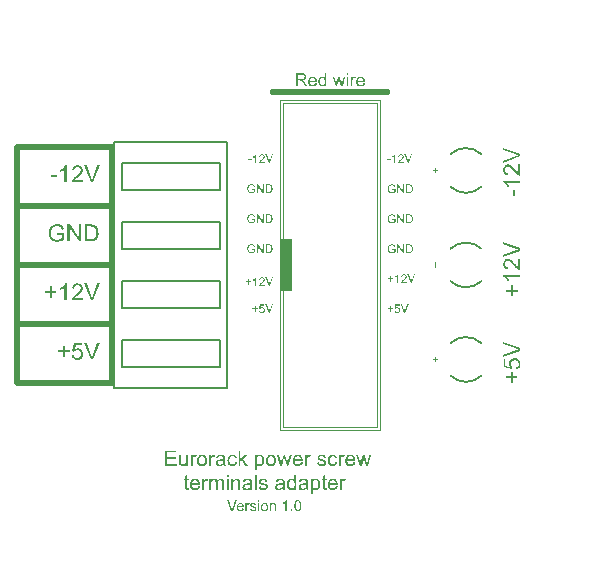
<source format=gto>
%FSLAX33Y33*%
%MOMM*%
%AMRR-H508000-W10160000-R152400-RO0.000*
21,1,9.8552,0.508,0.,0.,360*
21,1,10.16,0.2032,0.,0.,360*
1,1,0.3048,-4.9276,0.1016*
1,1,0.3048,4.9276,0.1016*
1,1,0.3048,4.9276,-0.1016*
1,1,0.3048,-4.9276,-0.1016*%
%ADD10C,0.15*%
%ADD11C,0.5*%
%ADD12C,0.1*%
%ADD13R,1.X4.5*%
%ADD14RR-H508000-W10160000-R152400-RO0.000*%
D10*
%LNtop silkscreen_traces*%
%LNtop silkscreen component 8aa19a9a475ab06d*%
G01*
X9839Y23875D02*
X9839Y26125D01*
X18161Y26125*
X18161Y23875*
X9839Y23875*
%LNtop silkscreen component 42d088f49832dd14*%
G75*
G03*
X40300Y31885D02*
X37700Y31885I-1300J-1386D01*
G75*
X37700Y29120D02*
X40300Y29120I1300J1386D01*
G36*
G01*
X36470Y30734D02*
X36470Y30538D01*
X36664Y30538D01*
X36664Y30456D01*
X36470Y30456D01*
X36470Y30261D01*
X36387Y30261D01*
X36387Y30456D01*
X36192Y30456D01*
X36192Y30538D01*
X36387Y30538D01*
X36387Y30734D01*
X36470Y30734D01*
X36470Y30734D01*
G37*
%LNtop silkscreen component 066798f312f84cc6*%
G75*
G03*
X40300Y23885D02*
X37700Y23885I-1300J-1386D01*
G75*
X37700Y21120D02*
X40300Y21120I1300J1386D01*
G36*
G01*
X36470Y22734D02*
X36470Y22538D01*
X36664Y22538D01*
X36664Y22456D01*
X36470Y22456D01*
X36470Y22261D01*
X36387Y22261D01*
X36387Y22456D01*
X36192Y22456D01*
X36192Y22538D01*
X36387Y22538D01*
X36387Y22734D01*
X36470Y22734D01*
X36470Y22734D01*
G37*
%LNtop silkscreen component 8aa9dbe17b2694dd*%
X9200Y12075D02*
X9200Y32925D01*
X18800Y32925*
X18800Y12075*
X9200Y12075*
D11*
X1000Y27500D02*
X1000Y32500D01*
X9000Y32500*
X9000Y27500*
X1000Y27500*
X1000Y22500D02*
X1000Y27500D01*
X9000Y27500*
X9000Y22500*
X1000Y22500*
X1000Y12500D02*
X1000Y17500D01*
X9000Y17500*
X9000Y12500*
X1000Y12500*
X1000Y17500D02*
X1000Y22500D01*
X9000Y22500*
X9000Y17500*
X1000Y17500*
G36*
X3839Y29930D02*
X3839Y30106D01*
X4379Y30106D01*
X4379Y29930D01*
X3839Y29930D01*
X3839Y29930D01*
X5186Y29500D02*
X5011Y29500D01*
X5011Y30620D01*
X4976Y30590D01*
X4937Y30560D01*
X4893Y30529D01*
X4844Y30499D01*
X4794Y30471D01*
X4746Y30446D01*
X4701Y30425D01*
X4659Y30408D01*
X4659Y30578D01*
X4731Y30615D01*
X4797Y30655D01*
X4859Y30699D01*
X4917Y30746D01*
X4968Y30795D01*
X5011Y30843D01*
X5046Y30891D01*
X5073Y30938D01*
X5186Y30938D01*
X5186Y29500D01*
X5186Y29500D01*
X6561Y29669D02*
X6561Y29500D01*
X5614Y29500D01*
X5615Y29531D01*
X5618Y29562D01*
X5625Y29592D01*
X5635Y29622D01*
X5656Y29670D01*
X5682Y29718D01*
X5713Y29765D01*
X5750Y29813D01*
X5795Y29861D01*
X5848Y29914D01*
X5910Y29970D01*
X5980Y30029D01*
X6088Y30120D01*
X6176Y30201D01*
X6245Y30272D01*
X6296Y30333D01*
X6332Y30388D01*
X6357Y30441D01*
X6373Y30493D01*
X6378Y30544D01*
X6373Y30594D01*
X6359Y30640D01*
X6336Y30682D01*
X6303Y30720D01*
X6263Y30752D01*
X6217Y30774D01*
X6166Y30788D01*
X6108Y30792D01*
X6048Y30787D01*
X5994Y30773D01*
X5946Y30749D01*
X5905Y30716D01*
X5872Y30674D01*
X5848Y30625D01*
X5833Y30569D01*
X5828Y30505D01*
X5647Y30523D01*
X5663Y30619D01*
X5692Y30702D01*
X5733Y30773D01*
X5787Y30832D01*
X5853Y30878D01*
X5929Y30911D01*
X6015Y30931D01*
X6112Y30938D01*
X6210Y30930D01*
X6297Y30909D01*
X6373Y30873D01*
X6438Y30823D01*
X6491Y30763D01*
X6529Y30695D01*
X6551Y30621D01*
X6559Y30540D01*
X6556Y30497D01*
X6550Y30455D01*
X6539Y30413D01*
X6523Y30371D01*
X6503Y30329D01*
X6477Y30286D01*
X6445Y30242D01*
X6407Y30196D01*
X6359Y30146D01*
X6298Y30087D01*
X6224Y30020D01*
X6136Y29944D01*
X6064Y29883D01*
X6006Y29833D01*
X5962Y29793D01*
X5933Y29764D01*
X5911Y29740D01*
X5892Y29717D01*
X5874Y29693D01*
X5858Y29669D01*
X6561Y29669D01*
X6561Y29669D01*
X7229Y29500D02*
X6675Y30932D01*
X6880Y30932D01*
X7252Y29892D01*
X7273Y29830D01*
X7293Y29771D01*
X7311Y29713D01*
X7327Y29657D01*
X7344Y29716D01*
X7363Y29774D01*
X7383Y29833D01*
X7404Y29892D01*
X7791Y30932D01*
X7984Y30932D01*
X7424Y29500D01*
X7229Y29500D01*
X7229Y29500D01*
X4380Y25062D02*
X4380Y25229D01*
X4986Y25230D01*
X4986Y24699D01*
X4916Y24647D01*
X4844Y24602D01*
X4772Y24563D01*
X4698Y24532D01*
X4623Y24507D01*
X4548Y24490D01*
X4471Y24479D01*
X4393Y24476D01*
X4290Y24481D01*
X4192Y24498D01*
X4099Y24526D01*
X4010Y24566D01*
X3929Y24616D01*
X3859Y24676D01*
X3799Y24747D01*
X3750Y24827D01*
X3711Y24915D01*
X3684Y25008D01*
X3668Y25106D01*
X3662Y25209D01*
X3667Y25312D01*
X3684Y25411D01*
X3711Y25507D01*
X3749Y25599D01*
X3798Y25684D01*
X3856Y25757D01*
X3924Y25818D01*
X4001Y25868D01*
X4086Y25907D01*
X4177Y25934D01*
X4275Y25951D01*
X4379Y25956D01*
X4455Y25953D01*
X4527Y25943D01*
X4595Y25928D01*
X4660Y25906D01*
X4719Y25878D01*
X4772Y25846D01*
X4817Y25808D01*
X4856Y25766D01*
X4890Y25717D01*
X4919Y25662D01*
X4944Y25600D01*
X4965Y25531D01*
X4794Y25484D01*
X4777Y25536D01*
X4758Y25582D01*
X4737Y25622D01*
X4714Y25656D01*
X4687Y25686D01*
X4656Y25713D01*
X4619Y25736D01*
X4577Y25756D01*
X4531Y25773D01*
X4483Y25785D01*
X4433Y25792D01*
X4380Y25794D01*
X4317Y25791D01*
X4259Y25784D01*
X4205Y25772D01*
X4155Y25754D01*
X4110Y25733D01*
X4070Y25709D01*
X4034Y25681D01*
X4002Y25650D01*
X3975Y25617D01*
X3951Y25583D01*
X3930Y25547D01*
X3912Y25509D01*
X3888Y25441D01*
X3871Y25370D01*
X3861Y25297D01*
X3857Y25221D01*
X3861Y25129D01*
X3874Y25045D01*
X3894Y24969D01*
X3923Y24900D01*
X3960Y24840D01*
X4004Y24788D01*
X4056Y24744D01*
X4115Y24709D01*
X4179Y24682D01*
X4245Y24662D01*
X4313Y24650D01*
X4383Y24646D01*
X4444Y24649D01*
X4504Y24658D01*
X4564Y24673D01*
X4623Y24694D01*
X4678Y24718D01*
X4726Y24743D01*
X4767Y24768D01*
X4801Y24795D01*
X4801Y25062D01*
X4380Y25062D01*
X4380Y25062D01*
X5264Y24500D02*
X5264Y25932D01*
X5458Y25932D01*
X6210Y24808D01*
X6210Y25932D01*
X6392Y25932D01*
X6392Y24500D01*
X6197Y24500D01*
X5445Y25625D01*
X5445Y24500D01*
X5264Y24500D01*
X5264Y24500D01*
X6710Y24500D02*
X6710Y25932D01*
X7200Y25932D01*
X7200Y25763D01*
X6899Y25763D01*
X6899Y24669D01*
X6899Y24669D01*
X7205Y24669D01*
X7272Y24671D01*
X7331Y24676D01*
X7383Y24684D01*
X7427Y24695D01*
X7465Y24710D01*
X7500Y24727D01*
X7530Y24747D01*
X7556Y24770D01*
X7587Y24806D01*
X7616Y24849D01*
X7640Y24897D01*
X7661Y24951D01*
X7677Y25011D01*
X7689Y25077D01*
X7696Y25149D01*
X7698Y25227D01*
X7694Y25332D01*
X7680Y25425D01*
X7657Y25505D01*
X7624Y25572D01*
X7586Y25627D01*
X7543Y25672D01*
X7496Y25708D01*
X7445Y25733D01*
X7401Y25746D01*
X7346Y25755D01*
X7279Y25761D01*
X7200Y25763D01*
X7200Y25932D01*
X7203Y25932D01*
X7282Y25930D01*
X7350Y25927D01*
X7409Y25920D01*
X7458Y25911D01*
X7517Y25894D01*
X7572Y25871D01*
X7622Y25843D01*
X7668Y25809D01*
X7721Y25757D01*
X7767Y25700D01*
X7806Y25635D01*
X7837Y25564D01*
X7862Y25487D01*
X7880Y25404D01*
X7890Y25317D01*
X7894Y25224D01*
X7891Y25144D01*
X7884Y25070D01*
X7872Y25000D01*
X7855Y24935D01*
X7835Y24874D01*
X7812Y24819D01*
X7786Y24770D01*
X7758Y24726D01*
X7727Y24687D01*
X7695Y24652D01*
X7662Y24622D01*
X7627Y24596D01*
X7590Y24574D01*
X7549Y24555D01*
X7505Y24538D01*
X7457Y24524D01*
X7405Y24514D01*
X7349Y24506D01*
X7290Y24502D01*
X7227Y24500D01*
X6710Y24500D01*
X6710Y24500D01*
X3774Y19731D02*
X3774Y20124D01*
X3385Y20124D01*
X3385Y20288D01*
X3774Y20288D01*
X3774Y20678D01*
X3940Y20678D01*
X3940Y20288D01*
X4330Y20288D01*
X4330Y20124D01*
X3940Y20124D01*
X3940Y19731D01*
X3774Y19731D01*
X3774Y19731D01*
X5186Y19500D02*
X5011Y19500D01*
X5011Y20620D01*
X4976Y20590D01*
X4937Y20560D01*
X4893Y20529D01*
X4844Y20499D01*
X4794Y20471D01*
X4746Y20446D01*
X4701Y20425D01*
X4659Y20408D01*
X4659Y20578D01*
X4731Y20615D01*
X4797Y20655D01*
X4859Y20699D01*
X4917Y20746D01*
X4968Y20795D01*
X5011Y20843D01*
X5046Y20891D01*
X5073Y20938D01*
X5186Y20938D01*
X5186Y19500D01*
X5186Y19500D01*
X6561Y19669D02*
X6561Y19500D01*
X5614Y19500D01*
X5615Y19531D01*
X5618Y19562D01*
X5625Y19592D01*
X5635Y19622D01*
X5656Y19670D01*
X5682Y19718D01*
X5713Y19765D01*
X5750Y19813D01*
X5795Y19861D01*
X5848Y19914D01*
X5910Y19970D01*
X5980Y20029D01*
X6088Y20120D01*
X6176Y20201D01*
X6245Y20272D01*
X6296Y20333D01*
X6332Y20388D01*
X6357Y20441D01*
X6373Y20493D01*
X6378Y20544D01*
X6373Y20594D01*
X6359Y20640D01*
X6336Y20682D01*
X6303Y20720D01*
X6263Y20752D01*
X6217Y20774D01*
X6166Y20788D01*
X6108Y20792D01*
X6048Y20787D01*
X5994Y20773D01*
X5946Y20749D01*
X5905Y20716D01*
X5872Y20674D01*
X5848Y20625D01*
X5833Y20569D01*
X5828Y20505D01*
X5647Y20523D01*
X5663Y20619D01*
X5692Y20702D01*
X5733Y20773D01*
X5787Y20832D01*
X5853Y20878D01*
X5929Y20911D01*
X6015Y20931D01*
X6112Y20938D01*
X6210Y20930D01*
X6297Y20909D01*
X6373Y20873D01*
X6438Y20823D01*
X6491Y20763D01*
X6529Y20695D01*
X6551Y20621D01*
X6559Y20540D01*
X6556Y20497D01*
X6550Y20455D01*
X6539Y20413D01*
X6523Y20371D01*
X6503Y20329D01*
X6477Y20286D01*
X6445Y20242D01*
X6407Y20196D01*
X6359Y20146D01*
X6298Y20087D01*
X6224Y20020D01*
X6136Y19944D01*
X6064Y19883D01*
X6006Y19833D01*
X5962Y19793D01*
X5933Y19764D01*
X5911Y19740D01*
X5892Y19717D01*
X5874Y19693D01*
X5858Y19669D01*
X6561Y19669D01*
X6561Y19669D01*
X7229Y19500D02*
X6675Y20932D01*
X6880Y20932D01*
X7252Y19892D01*
X7273Y19830D01*
X7293Y19771D01*
X7311Y19713D01*
X7327Y19657D01*
X7344Y19716D01*
X7363Y19774D01*
X7383Y19833D01*
X7404Y19892D01*
X7791Y20932D01*
X7984Y20932D01*
X7424Y19500D01*
X7229Y19500D01*
X7229Y19500D01*
X4887Y14731D02*
X4887Y15124D01*
X4497Y15124D01*
X4497Y15288D01*
X4887Y15288D01*
X4887Y15678D01*
X5053Y15678D01*
X5053Y15288D01*
X5442Y15288D01*
X5442Y15124D01*
X5053Y15124D01*
X5053Y14731D01*
X4887Y14731D01*
X4887Y14731D01*
X5637Y14875D02*
X5821Y14891D01*
X5835Y14827D01*
X5855Y14773D01*
X5882Y14726D01*
X5916Y14688D01*
X5956Y14658D01*
X5999Y14637D01*
X6046Y14624D01*
X6097Y14620D01*
X6158Y14626D01*
X6214Y14644D01*
X6265Y14674D01*
X6311Y14716D01*
X6350Y14768D01*
X6377Y14827D01*
X6394Y14895D01*
X6399Y14970D01*
X6394Y15041D01*
X6378Y15104D01*
X6352Y15160D01*
X6315Y15207D01*
X6269Y15245D01*
X6217Y15272D01*
X6159Y15289D01*
X6094Y15294D01*
X6052Y15292D01*
X6013Y15284D01*
X5976Y15272D01*
X5940Y15255D01*
X5908Y15235D01*
X5879Y15211D01*
X5854Y15185D01*
X5833Y15155D01*
X5668Y15177D01*
X5807Y15912D01*
X6519Y15912D01*
X6519Y15744D01*
X5947Y15744D01*
X5870Y15359D01*
X5935Y15399D01*
X6002Y15427D01*
X6071Y15444D01*
X6141Y15449D01*
X6231Y15441D01*
X6313Y15417D01*
X6389Y15376D01*
X6457Y15319D01*
X6513Y15250D01*
X6554Y15171D01*
X6578Y15083D01*
X6586Y14985D01*
X6579Y14891D01*
X6558Y14804D01*
X6522Y14724D01*
X6473Y14649D01*
X6397Y14573D01*
X6310Y14519D01*
X6209Y14486D01*
X6097Y14476D01*
X6003Y14482D01*
X5919Y14503D01*
X5844Y14537D01*
X5778Y14585D01*
X5723Y14644D01*
X5681Y14712D01*
X5652Y14789D01*
X5637Y14875D01*
X5637Y14875D01*
X7229Y14500D02*
X6675Y15932D01*
X6880Y15932D01*
X7252Y14892D01*
X7273Y14830D01*
X7293Y14771D01*
X7311Y14713D01*
X7327Y14657D01*
X7344Y14716D01*
X7363Y14774D01*
X7383Y14833D01*
X7404Y14892D01*
X7791Y15932D01*
X7984Y15932D01*
X7424Y14500D01*
X7229Y14500D01*
X7229Y14500D01*
G37*
%LNtop silkscreen component 02f0c27996d92107*%
D10*
G75*
G03*
X40300Y15885D02*
X37700Y15885I-1300J-1386D01*
G75*
X37700Y13120D02*
X40300Y13120I1300J1386D01*
G36*
G01*
X36470Y14734D02*
X36470Y14538D01*
X36664Y14538D01*
X36664Y14456D01*
X36470Y14456D01*
X36470Y14261D01*
X36387Y14261D01*
X36387Y14456D01*
X36192Y14456D01*
X36192Y14538D01*
X36387Y14538D01*
X36387Y14734D01*
X36470Y14734D01*
X36470Y14734D01*
G37*
%LNtop silkscreen component eaa60ad4603cc8b7*%
X9839Y18875D02*
X9839Y21125D01*
X18161Y21125*
X18161Y18875*
X9839Y18875*
%LNtop silkscreen component c63f2cfbf6a36a1e*%
X9839Y13875D02*
X9839Y16125D01*
X18161Y16125*
X18161Y13875*
X9839Y13875*
%LNtop silkscreen component a6d66b3445016952*%
X9839Y28875D02*
X9839Y31125D01*
X18161Y31125*
X18161Y28875*
X9839Y28875*
%LNtop silkscreen component 41c15735770252ef*%
D12*
X23250Y8500D02*
X23250Y36500D01*
X31750Y36500*
X31750Y8500*
X23250Y8500*
X23500Y8750D02*
X23500Y36250D01*
X31500Y36250*
X31500Y8750*
X23500Y8750*
D13*
X23750Y22525D03*
D14*
X27500Y37105D03*
G36*
X24613Y37638D02*
X24613Y38729D01*
X25097Y38729D01*
X25165Y38727D01*
X25225Y38722D01*
X25276Y38712D01*
X25319Y38700D01*
X25355Y38682D01*
X25387Y38659D01*
X25415Y38630D01*
X25440Y38596D01*
X25460Y38558D01*
X25474Y38517D01*
X25482Y38475D01*
X25485Y38431D01*
X25481Y38375D01*
X25466Y38324D01*
X25443Y38278D01*
X25410Y38236D01*
X25367Y38199D01*
X25314Y38170D01*
X25251Y38149D01*
X25215Y38142D01*
X25192Y38259D01*
X25223Y38268D01*
X25249Y38280D01*
X25272Y38295D01*
X25291Y38312D01*
X25307Y38333D01*
X25320Y38356D01*
X25329Y38380D01*
X25335Y38405D01*
X25336Y38431D01*
X25333Y38468D01*
X25322Y38502D01*
X25305Y38532D01*
X25280Y38559D01*
X25248Y38580D01*
X25208Y38596D01*
X25159Y38605D01*
X25103Y38608D01*
X24757Y38608D01*
X24757Y38247D01*
X24757Y38247D01*
X25068Y38247D01*
X25115Y38249D01*
X25156Y38253D01*
X25192Y38259D01*
X25215Y38142D01*
X25178Y38134D01*
X25205Y38121D01*
X25228Y38107D01*
X25248Y38093D01*
X25265Y38080D01*
X25296Y38049D01*
X25327Y38015D01*
X25356Y37977D01*
X25385Y37935D01*
X25575Y37638D01*
X25393Y37638D01*
X25249Y37865D01*
X25218Y37911D01*
X25191Y37952D01*
X25166Y37986D01*
X25144Y38015D01*
X25125Y38039D01*
X25106Y38060D01*
X25088Y38076D01*
X25071Y38088D01*
X25055Y38098D01*
X25038Y38106D01*
X25022Y38112D01*
X25005Y38117D01*
X24991Y38120D01*
X24973Y38121D01*
X24951Y38122D01*
X24925Y38122D01*
X24757Y38122D01*
X24757Y37638D01*
X24613Y37638D01*
X24613Y37638D01*
X26235Y37892D02*
X26374Y37875D01*
X26354Y37818D01*
X26327Y37768D01*
X26293Y37724D01*
X26252Y37687D01*
X26205Y37658D01*
X26152Y37637D01*
X26092Y37624D01*
X26026Y37620D01*
X25944Y37627D01*
X25871Y37647D01*
X25807Y37680D01*
X25751Y37727D01*
X25707Y37786D01*
X25675Y37855D01*
X25656Y37935D01*
X25650Y38026D01*
X25656Y38121D01*
X25675Y38204D01*
X25707Y38275D01*
X25752Y38336D01*
X25808Y38384D01*
X25870Y38419D01*
X25941Y38439D01*
X26019Y38446D01*
X26030Y38445D01*
X26020Y38336D01*
X25976Y38332D01*
X25935Y38321D01*
X25898Y38301D01*
X25865Y38274D01*
X25837Y38241D01*
X25816Y38202D01*
X25802Y38158D01*
X25796Y38109D01*
X25796Y38109D01*
X26237Y38109D01*
X26230Y38156D01*
X26220Y38196D01*
X26205Y38231D01*
X26186Y38259D01*
X26152Y38292D01*
X26113Y38317D01*
X26069Y38331D01*
X26020Y38336D01*
X26030Y38445D01*
X26094Y38439D01*
X26163Y38419D01*
X26224Y38385D01*
X26278Y38338D01*
X26322Y38279D01*
X26353Y38208D01*
X26372Y38127D01*
X26378Y38035D01*
X26378Y38028D01*
X26378Y38020D01*
X26378Y38010D01*
X26377Y37999D01*
X25788Y37999D01*
X25796Y37938D01*
X25810Y37884D01*
X25832Y37838D01*
X25862Y37799D01*
X25897Y37769D01*
X25936Y37748D01*
X25980Y37735D01*
X26027Y37730D01*
X26062Y37733D01*
X26095Y37740D01*
X26125Y37752D01*
X26153Y37769D01*
X26177Y37791D01*
X26199Y37819D01*
X26219Y37853D01*
X26235Y37892D01*
X26235Y37892D01*
X27055Y37638D02*
X27055Y37738D01*
X26994Y37800D01*
X26996Y37802D01*
X27022Y37843D01*
X27042Y37893D01*
X27053Y37952D01*
X27057Y38021D01*
X27053Y38097D01*
X27041Y38162D01*
X27022Y38216D01*
X26994Y38259D01*
X26961Y38293D01*
X26925Y38316D01*
X26884Y38331D01*
X26840Y38335D01*
X26798Y38331D01*
X26758Y38317D01*
X26723Y38294D01*
X26691Y38262D01*
X26665Y38221D01*
X26646Y38168D01*
X26635Y38106D01*
X26631Y38032D01*
X26631Y38032D01*
X26635Y37961D01*
X26647Y37900D01*
X26667Y37848D01*
X26695Y37805D01*
X26729Y37773D01*
X26765Y37749D01*
X26804Y37735D01*
X26846Y37730D01*
X26889Y37735D01*
X26928Y37748D01*
X26963Y37771D01*
X26994Y37800D01*
X27055Y37738D01*
X27013Y37686D01*
X26962Y37650D01*
X26902Y37627D01*
X26834Y37620D01*
X26787Y37623D01*
X26743Y37633D01*
X26700Y37649D01*
X26660Y37672D01*
X26623Y37701D01*
X26590Y37735D01*
X26561Y37774D01*
X26537Y37818D01*
X26518Y37866D01*
X26504Y37918D01*
X26496Y37973D01*
X26494Y38032D01*
X26496Y38090D01*
X26503Y38145D01*
X26516Y38198D01*
X26533Y38247D01*
X26555Y38292D01*
X26582Y38332D01*
X26614Y38366D01*
X26651Y38395D01*
X26692Y38417D01*
X26735Y38433D01*
X26780Y38443D01*
X26828Y38446D01*
X26862Y38444D01*
X26895Y38439D01*
X26926Y38429D01*
X26955Y38416D01*
X26982Y38400D01*
X27006Y38381D01*
X27027Y38361D01*
X27046Y38337D01*
X27046Y38729D01*
X27179Y38729D01*
X27179Y37638D01*
X27055Y37638D01*
X27055Y37638D01*
X27959Y37638D02*
X27717Y38428D01*
X27855Y38428D01*
X27981Y37972D01*
X28028Y37802D01*
X28032Y37817D01*
X28040Y37850D01*
X28052Y37899D01*
X28069Y37965D01*
X28195Y38428D01*
X28332Y38428D01*
X28451Y37970D01*
X28490Y37819D01*
X28536Y37971D01*
X28671Y38428D01*
X28801Y38428D01*
X28554Y37638D01*
X28415Y37638D01*
X28289Y38111D01*
X28259Y38246D01*
X28099Y37638D01*
X27959Y37638D01*
X27959Y37638D01*
X28914Y37638D02*
X28914Y38428D01*
X29048Y38428D01*
X29048Y37638D01*
X28914Y37638D01*
X28914Y37638D01*
X28914Y38575D02*
X28914Y38729D01*
X29048Y38729D01*
X29048Y38575D01*
X28914Y38575D01*
X28914Y38575D01*
X29251Y37638D02*
X29251Y38428D01*
X29371Y38428D01*
X29371Y38308D01*
X29394Y38347D01*
X29416Y38378D01*
X29436Y38402D01*
X29456Y38419D01*
X29476Y38431D01*
X29497Y38439D01*
X29519Y38444D01*
X29542Y38446D01*
X29576Y38443D01*
X29611Y38435D01*
X29645Y38422D01*
X29680Y38403D01*
X29634Y38279D01*
X29609Y38291D01*
X29585Y38300D01*
X29560Y38306D01*
X29536Y38308D01*
X29514Y38306D01*
X29494Y38301D01*
X29475Y38293D01*
X29457Y38281D01*
X29440Y38267D01*
X29427Y38250D01*
X29416Y38230D01*
X29407Y38208D01*
X29397Y38171D01*
X29390Y38133D01*
X29386Y38093D01*
X29385Y38052D01*
X29385Y37638D01*
X29251Y37638D01*
X29251Y37638D01*
X30301Y37892D02*
X30439Y37875D01*
X30419Y37818D01*
X30392Y37768D01*
X30358Y37724D01*
X30318Y37687D01*
X30270Y37658D01*
X30217Y37637D01*
X30157Y37624D01*
X30091Y37620D01*
X30009Y37627D01*
X29936Y37647D01*
X29872Y37680D01*
X29816Y37727D01*
X29772Y37786D01*
X29740Y37855D01*
X29721Y37935D01*
X29715Y38026D01*
X29721Y38121D01*
X29741Y38204D01*
X29773Y38275D01*
X29818Y38336D01*
X29873Y38384D01*
X29936Y38419D01*
X30006Y38439D01*
X30084Y38446D01*
X30095Y38445D01*
X30085Y38336D01*
X30041Y38332D01*
X30001Y38321D01*
X29964Y38301D01*
X29930Y38274D01*
X29902Y38241D01*
X29882Y38202D01*
X29868Y38158D01*
X29861Y38109D01*
X29861Y38109D01*
X30302Y38109D01*
X30296Y38156D01*
X30285Y38196D01*
X30270Y38231D01*
X30251Y38259D01*
X30217Y38292D01*
X30178Y38317D01*
X30134Y38331D01*
X30085Y38336D01*
X30095Y38445D01*
X30160Y38439D01*
X30228Y38419D01*
X30289Y38385D01*
X30343Y38338D01*
X30387Y38279D01*
X30418Y38208D01*
X30437Y38127D01*
X30443Y38035D01*
X30443Y38028D01*
X30443Y38020D01*
X30443Y38010D01*
X30443Y37999D01*
X29853Y37999D01*
X29861Y37938D01*
X29875Y37884D01*
X29898Y37838D01*
X29927Y37799D01*
X29962Y37769D01*
X30001Y37748D01*
X30045Y37735D01*
X30092Y37730D01*
X30128Y37733D01*
X30160Y37740D01*
X30191Y37752D01*
X30218Y37769D01*
X30243Y37791D01*
X30265Y37819D01*
X30284Y37853D01*
X30301Y37892D01*
X30301Y37892D01*
X32564Y18554D02*
X32564Y18753D01*
X32367Y18753D01*
X32367Y18836D01*
X32564Y18836D01*
X32564Y19034D01*
X32649Y19034D01*
X32649Y18836D01*
X32847Y18836D01*
X32847Y18753D01*
X32649Y18753D01*
X32649Y18554D01*
X32564Y18554D01*
X32564Y18554D01*
X32946Y18627D02*
X33039Y18634D01*
X33046Y18602D01*
X33057Y18574D01*
X33070Y18551D01*
X33088Y18531D01*
X33108Y18516D01*
X33130Y18506D01*
X33153Y18499D01*
X33179Y18497D01*
X33210Y18500D01*
X33239Y18509D01*
X33265Y18524D01*
X33288Y18546D01*
X33308Y18572D01*
X33322Y18602D01*
X33330Y18636D01*
X33333Y18675D01*
X33330Y18711D01*
X33322Y18743D01*
X33309Y18771D01*
X33290Y18795D01*
X33267Y18814D01*
X33241Y18828D01*
X33211Y18837D01*
X33178Y18839D01*
X33157Y18838D01*
X33137Y18834D01*
X33118Y18828D01*
X33100Y18820D01*
X33083Y18809D01*
X33069Y18797D01*
X33056Y18784D01*
X33045Y18769D01*
X32961Y18780D01*
X33032Y19153D01*
X33393Y19153D01*
X33393Y19068D01*
X33103Y19068D01*
X33064Y18873D01*
X33097Y18893D01*
X33131Y18907D01*
X33166Y18915D01*
X33201Y18918D01*
X33247Y18914D01*
X33289Y18902D01*
X33328Y18881D01*
X33362Y18852D01*
X33391Y18817D01*
X33411Y18777D01*
X33424Y18732D01*
X33428Y18683D01*
X33424Y18635D01*
X33413Y18591D01*
X33395Y18550D01*
X33370Y18512D01*
X33332Y18473D01*
X33287Y18446D01*
X33237Y18429D01*
X33179Y18424D01*
X33132Y18427D01*
X33089Y18437D01*
X33051Y18455D01*
X33017Y18479D01*
X32989Y18509D01*
X32968Y18544D01*
X32953Y18583D01*
X32946Y18627D01*
X32946Y18627D01*
X33755Y18436D02*
X33473Y19163D01*
X33577Y19163D01*
X33766Y18635D01*
X33777Y18604D01*
X33787Y18573D01*
X33796Y18544D01*
X33804Y18516D01*
X33813Y18546D01*
X33822Y18575D01*
X33833Y18605D01*
X33843Y18635D01*
X34040Y19163D01*
X34138Y19163D01*
X33853Y18436D01*
X33755Y18436D01*
X33755Y18436D01*
X32564Y21094D02*
X32564Y21293D01*
X32367Y21293D01*
X32367Y21376D01*
X32564Y21376D01*
X32564Y21574D01*
X32649Y21574D01*
X32649Y21376D01*
X32847Y21376D01*
X32847Y21293D01*
X32649Y21293D01*
X32649Y21094D01*
X32564Y21094D01*
X32564Y21094D01*
X33282Y20976D02*
X33193Y20976D01*
X33193Y21545D01*
X33175Y21530D01*
X33155Y21514D01*
X33133Y21499D01*
X33108Y21484D01*
X33082Y21469D01*
X33058Y21457D01*
X33035Y21446D01*
X33014Y21437D01*
X33014Y21524D01*
X33050Y21542D01*
X33084Y21563D01*
X33116Y21585D01*
X33145Y21609D01*
X33171Y21634D01*
X33193Y21658D01*
X33211Y21682D01*
X33224Y21706D01*
X33282Y21706D01*
X33282Y20976D01*
X33282Y20976D01*
X33980Y21062D02*
X33980Y20976D01*
X33499Y20976D01*
X33499Y20992D01*
X33501Y21008D01*
X33505Y21023D01*
X33510Y21038D01*
X33520Y21062D01*
X33533Y21087D01*
X33550Y21111D01*
X33568Y21135D01*
X33591Y21159D01*
X33618Y21186D01*
X33649Y21215D01*
X33685Y21245D01*
X33740Y21291D01*
X33785Y21332D01*
X33820Y21368D01*
X33845Y21399D01*
X33864Y21427D01*
X33877Y21454D01*
X33885Y21481D01*
X33887Y21506D01*
X33885Y21532D01*
X33878Y21555D01*
X33866Y21577D01*
X33849Y21596D01*
X33829Y21612D01*
X33805Y21623D01*
X33779Y21630D01*
X33750Y21632D01*
X33720Y21630D01*
X33692Y21623D01*
X33668Y21611D01*
X33647Y21594D01*
X33630Y21572D01*
X33618Y21547D01*
X33610Y21519D01*
X33608Y21486D01*
X33516Y21496D01*
X33524Y21544D01*
X33538Y21586D01*
X33559Y21622D01*
X33587Y21652D01*
X33620Y21676D01*
X33659Y21693D01*
X33703Y21703D01*
X33752Y21706D01*
X33802Y21703D01*
X33846Y21692D01*
X33885Y21674D01*
X33918Y21648D01*
X33945Y21617D01*
X33964Y21583D01*
X33975Y21546D01*
X33979Y21504D01*
X33978Y21483D01*
X33974Y21461D01*
X33969Y21440D01*
X33961Y21419D01*
X33951Y21397D01*
X33937Y21375D01*
X33921Y21353D01*
X33902Y21330D01*
X33878Y21304D01*
X33847Y21274D01*
X33809Y21240D01*
X33764Y21202D01*
X33727Y21171D01*
X33698Y21145D01*
X33676Y21125D01*
X33661Y21110D01*
X33650Y21098D01*
X33640Y21086D01*
X33631Y21074D01*
X33623Y21062D01*
X33980Y21062D01*
X33980Y21062D01*
X34320Y20976D02*
X34038Y21703D01*
X34142Y21703D01*
X34331Y21175D01*
X34342Y21144D01*
X34352Y21113D01*
X34361Y21084D01*
X34369Y21056D01*
X34378Y21086D01*
X34388Y21115D01*
X34398Y21145D01*
X34409Y21175D01*
X34605Y21703D01*
X34703Y21703D01*
X34418Y20976D01*
X34320Y20976D01*
X34320Y20976D01*
X32342Y31354D02*
X32342Y31444D01*
X32617Y31444D01*
X32617Y31354D01*
X32342Y31354D01*
X32342Y31354D01*
X33027Y31136D02*
X32938Y31136D01*
X32938Y31705D01*
X32920Y31690D01*
X32900Y31674D01*
X32878Y31659D01*
X32853Y31644D01*
X32827Y31629D01*
X32803Y31617D01*
X32780Y31606D01*
X32759Y31597D01*
X32759Y31684D01*
X32795Y31702D01*
X32829Y31723D01*
X32861Y31745D01*
X32890Y31769D01*
X32916Y31794D01*
X32938Y31818D01*
X32956Y31842D01*
X32969Y31866D01*
X33027Y31866D01*
X33027Y31136D01*
X33027Y31136D01*
X33725Y31222D02*
X33725Y31136D01*
X33244Y31136D01*
X33244Y31152D01*
X33246Y31168D01*
X33250Y31183D01*
X33255Y31198D01*
X33265Y31222D01*
X33278Y31247D01*
X33295Y31271D01*
X33313Y31295D01*
X33336Y31319D01*
X33363Y31346D01*
X33394Y31375D01*
X33430Y31405D01*
X33485Y31451D01*
X33530Y31492D01*
X33565Y31528D01*
X33590Y31559D01*
X33609Y31587D01*
X33622Y31614D01*
X33629Y31641D01*
X33632Y31666D01*
X33630Y31692D01*
X33623Y31715D01*
X33611Y31737D01*
X33594Y31756D01*
X33574Y31772D01*
X33550Y31783D01*
X33524Y31790D01*
X33495Y31792D01*
X33465Y31790D01*
X33437Y31783D01*
X33413Y31771D01*
X33392Y31754D01*
X33375Y31732D01*
X33363Y31707D01*
X33355Y31679D01*
X33353Y31646D01*
X33261Y31656D01*
X33269Y31704D01*
X33283Y31746D01*
X33304Y31782D01*
X33332Y31812D01*
X33365Y31836D01*
X33404Y31853D01*
X33448Y31863D01*
X33497Y31866D01*
X33547Y31863D01*
X33591Y31852D01*
X33630Y31834D01*
X33663Y31808D01*
X33690Y31777D01*
X33709Y31743D01*
X33720Y31706D01*
X33724Y31664D01*
X33723Y31643D01*
X33719Y31621D01*
X33714Y31600D01*
X33706Y31579D01*
X33696Y31557D01*
X33682Y31535D01*
X33666Y31513D01*
X33647Y31490D01*
X33623Y31464D01*
X33592Y31434D01*
X33554Y31400D01*
X33509Y31362D01*
X33472Y31331D01*
X33443Y31305D01*
X33421Y31285D01*
X33406Y31270D01*
X33395Y31258D01*
X33385Y31246D01*
X33376Y31234D01*
X33368Y31222D01*
X33725Y31222D01*
X33725Y31222D01*
X34065Y31136D02*
X33783Y31863D01*
X33887Y31863D01*
X34076Y31335D01*
X34087Y31304D01*
X34097Y31273D01*
X34106Y31244D01*
X34114Y31216D01*
X34123Y31246D01*
X34133Y31275D01*
X34143Y31305D01*
X34153Y31335D01*
X34350Y31863D01*
X34448Y31863D01*
X34163Y31136D01*
X34065Y31136D01*
X34065Y31136D01*
X32729Y28881D02*
X32729Y28967D01*
X33037Y28967D01*
X33037Y28697D01*
X33001Y28671D01*
X32965Y28648D01*
X32928Y28628D01*
X32890Y28612D01*
X32852Y28600D01*
X32814Y28591D01*
X32775Y28585D01*
X32736Y28584D01*
X32683Y28586D01*
X32633Y28595D01*
X32586Y28609D01*
X32541Y28629D01*
X32500Y28655D01*
X32464Y28686D01*
X32434Y28721D01*
X32409Y28762D01*
X32389Y28807D01*
X32375Y28854D01*
X32367Y28904D01*
X32364Y28956D01*
X32367Y29008D01*
X32375Y29059D01*
X32389Y29107D01*
X32408Y29154D01*
X32433Y29197D01*
X32463Y29235D01*
X32497Y29266D01*
X32536Y29291D01*
X32579Y29311D01*
X32626Y29325D01*
X32675Y29333D01*
X32728Y29336D01*
X32767Y29334D01*
X32803Y29329D01*
X32838Y29321D01*
X32871Y29310D01*
X32901Y29296D01*
X32928Y29280D01*
X32951Y29261D01*
X32971Y29239D01*
X32988Y29214D01*
X33003Y29186D01*
X33015Y29155D01*
X33026Y29120D01*
X32939Y29096D01*
X32930Y29122D01*
X32921Y29146D01*
X32910Y29166D01*
X32898Y29183D01*
X32885Y29198D01*
X32869Y29212D01*
X32850Y29224D01*
X32829Y29234D01*
X32806Y29243D01*
X32781Y29249D01*
X32756Y29252D01*
X32729Y29253D01*
X32697Y29252D01*
X32667Y29248D01*
X32640Y29242D01*
X32615Y29233D01*
X32592Y29222D01*
X32571Y29210D01*
X32553Y29196D01*
X32537Y29180D01*
X32523Y29164D01*
X32511Y29146D01*
X32500Y29128D01*
X32491Y29108D01*
X32479Y29074D01*
X32470Y29038D01*
X32465Y29001D01*
X32463Y28962D01*
X32465Y28915D01*
X32472Y28873D01*
X32482Y28834D01*
X32497Y28799D01*
X32515Y28769D01*
X32538Y28742D01*
X32564Y28720D01*
X32594Y28702D01*
X32627Y28688D01*
X32660Y28678D01*
X32695Y28672D01*
X32730Y28670D01*
X32761Y28672D01*
X32792Y28676D01*
X32822Y28684D01*
X32852Y28694D01*
X32880Y28707D01*
X32905Y28719D01*
X32925Y28732D01*
X32943Y28746D01*
X32943Y28881D01*
X32729Y28881D01*
X32729Y28881D01*
X33178Y28596D02*
X33178Y29323D01*
X33276Y29323D01*
X33658Y28752D01*
X33658Y29323D01*
X33751Y29323D01*
X33751Y28596D01*
X33652Y28596D01*
X33270Y29168D01*
X33270Y28596D01*
X33178Y28596D01*
X33178Y28596D01*
X33912Y28596D02*
X33912Y29323D01*
X34161Y29323D01*
X34161Y29237D01*
X34009Y29237D01*
X34009Y28682D01*
X34009Y28682D01*
X34164Y28682D01*
X34198Y28683D01*
X34228Y28685D01*
X34254Y28689D01*
X34277Y28695D01*
X34296Y28703D01*
X34314Y28711D01*
X34329Y28721D01*
X34342Y28733D01*
X34358Y28752D01*
X34372Y28773D01*
X34385Y28798D01*
X34395Y28825D01*
X34404Y28855D01*
X34410Y28889D01*
X34413Y28925D01*
X34414Y28965D01*
X34412Y29019D01*
X34405Y29066D01*
X34393Y29107D01*
X34377Y29140D01*
X34357Y29169D01*
X34336Y29192D01*
X34312Y29210D01*
X34286Y29223D01*
X34264Y29229D01*
X34235Y29234D01*
X34201Y29237D01*
X34161Y29237D01*
X34161Y29323D01*
X34163Y29323D01*
X34203Y29323D01*
X34238Y29321D01*
X34268Y29317D01*
X34292Y29313D01*
X34323Y29304D01*
X34350Y29293D01*
X34376Y29278D01*
X34399Y29261D01*
X34426Y29235D01*
X34449Y29205D01*
X34469Y29173D01*
X34485Y29136D01*
X34498Y29097D01*
X34507Y29055D01*
X34512Y29011D01*
X34514Y28964D01*
X34512Y28923D01*
X34509Y28885D01*
X34503Y28850D01*
X34494Y28817D01*
X34484Y28786D01*
X34472Y28758D01*
X34459Y28733D01*
X34445Y28711D01*
X34429Y28691D01*
X34413Y28673D01*
X34396Y28658D01*
X34378Y28645D01*
X34360Y28634D01*
X34339Y28624D01*
X34316Y28615D01*
X34292Y28608D01*
X34265Y28603D01*
X34237Y28599D01*
X34207Y28597D01*
X34175Y28596D01*
X33912Y28596D01*
X33912Y28596D01*
X32729Y26341D02*
X32729Y26427D01*
X33037Y26427D01*
X33037Y26157D01*
X33001Y26131D01*
X32965Y26108D01*
X32928Y26088D01*
X32890Y26072D01*
X32852Y26060D01*
X32814Y26051D01*
X32775Y26045D01*
X32736Y26044D01*
X32683Y26046D01*
X32633Y26055D01*
X32586Y26069D01*
X32541Y26089D01*
X32500Y26115D01*
X32464Y26146D01*
X32434Y26181D01*
X32409Y26222D01*
X32389Y26267D01*
X32375Y26314D01*
X32367Y26364D01*
X32364Y26416D01*
X32367Y26468D01*
X32375Y26519D01*
X32389Y26567D01*
X32408Y26614D01*
X32433Y26657D01*
X32463Y26695D01*
X32497Y26726D01*
X32536Y26751D01*
X32579Y26771D01*
X32626Y26785D01*
X32675Y26793D01*
X32728Y26796D01*
X32767Y26794D01*
X32803Y26789D01*
X32838Y26781D01*
X32871Y26770D01*
X32901Y26756D01*
X32928Y26740D01*
X32951Y26721D01*
X32971Y26699D01*
X32988Y26674D01*
X33003Y26646D01*
X33015Y26615D01*
X33026Y26580D01*
X32939Y26556D01*
X32930Y26582D01*
X32921Y26606D01*
X32910Y26626D01*
X32898Y26643D01*
X32885Y26658D01*
X32869Y26672D01*
X32850Y26684D01*
X32829Y26694D01*
X32806Y26703D01*
X32781Y26709D01*
X32756Y26712D01*
X32729Y26713D01*
X32697Y26712D01*
X32667Y26708D01*
X32640Y26702D01*
X32615Y26693D01*
X32592Y26682D01*
X32571Y26670D01*
X32553Y26656D01*
X32537Y26640D01*
X32523Y26624D01*
X32511Y26606D01*
X32500Y26588D01*
X32491Y26568D01*
X32479Y26534D01*
X32470Y26498D01*
X32465Y26461D01*
X32463Y26422D01*
X32465Y26375D01*
X32472Y26333D01*
X32482Y26294D01*
X32497Y26259D01*
X32515Y26229D01*
X32538Y26202D01*
X32564Y26180D01*
X32594Y26162D01*
X32627Y26148D01*
X32660Y26138D01*
X32695Y26132D01*
X32730Y26130D01*
X32761Y26132D01*
X32792Y26136D01*
X32822Y26144D01*
X32852Y26154D01*
X32880Y26167D01*
X32905Y26179D01*
X32925Y26192D01*
X32943Y26206D01*
X32943Y26341D01*
X32729Y26341D01*
X32729Y26341D01*
X33178Y26056D02*
X33178Y26783D01*
X33276Y26783D01*
X33658Y26212D01*
X33658Y26783D01*
X33751Y26783D01*
X33751Y26056D01*
X33652Y26056D01*
X33270Y26628D01*
X33270Y26056D01*
X33178Y26056D01*
X33178Y26056D01*
X33912Y26056D02*
X33912Y26783D01*
X34161Y26783D01*
X34161Y26697D01*
X34009Y26697D01*
X34009Y26142D01*
X34009Y26142D01*
X34164Y26142D01*
X34198Y26143D01*
X34228Y26145D01*
X34254Y26149D01*
X34277Y26155D01*
X34296Y26163D01*
X34314Y26171D01*
X34329Y26181D01*
X34342Y26193D01*
X34358Y26212D01*
X34372Y26233D01*
X34385Y26258D01*
X34395Y26285D01*
X34404Y26315D01*
X34410Y26349D01*
X34413Y26385D01*
X34414Y26425D01*
X34412Y26479D01*
X34405Y26526D01*
X34393Y26567D01*
X34377Y26600D01*
X34357Y26629D01*
X34336Y26652D01*
X34312Y26670D01*
X34286Y26683D01*
X34264Y26689D01*
X34235Y26694D01*
X34201Y26697D01*
X34161Y26697D01*
X34161Y26783D01*
X34163Y26783D01*
X34203Y26783D01*
X34238Y26781D01*
X34268Y26777D01*
X34292Y26773D01*
X34323Y26764D01*
X34350Y26753D01*
X34376Y26738D01*
X34399Y26721D01*
X34426Y26695D01*
X34449Y26665D01*
X34469Y26633D01*
X34485Y26596D01*
X34498Y26557D01*
X34507Y26515D01*
X34512Y26471D01*
X34514Y26424D01*
X34512Y26383D01*
X34509Y26345D01*
X34503Y26310D01*
X34494Y26277D01*
X34484Y26246D01*
X34472Y26218D01*
X34459Y26193D01*
X34445Y26171D01*
X34429Y26151D01*
X34413Y26133D01*
X34396Y26118D01*
X34378Y26105D01*
X34360Y26094D01*
X34339Y26084D01*
X34316Y26075D01*
X34292Y26068D01*
X34265Y26063D01*
X34237Y26059D01*
X34207Y26057D01*
X34175Y26056D01*
X33912Y26056D01*
X33912Y26056D01*
X32729Y23801D02*
X32729Y23887D01*
X33037Y23887D01*
X33037Y23617D01*
X33001Y23591D01*
X32965Y23568D01*
X32928Y23548D01*
X32890Y23532D01*
X32852Y23520D01*
X32814Y23511D01*
X32775Y23505D01*
X32736Y23504D01*
X32683Y23506D01*
X32633Y23515D01*
X32586Y23529D01*
X32541Y23549D01*
X32500Y23575D01*
X32464Y23606D01*
X32434Y23641D01*
X32409Y23682D01*
X32389Y23727D01*
X32375Y23774D01*
X32367Y23824D01*
X32364Y23876D01*
X32367Y23928D01*
X32375Y23979D01*
X32389Y24027D01*
X32408Y24074D01*
X32433Y24117D01*
X32463Y24155D01*
X32497Y24186D01*
X32536Y24211D01*
X32579Y24231D01*
X32626Y24245D01*
X32675Y24253D01*
X32728Y24256D01*
X32767Y24254D01*
X32803Y24249D01*
X32838Y24241D01*
X32871Y24230D01*
X32901Y24216D01*
X32928Y24200D01*
X32951Y24181D01*
X32971Y24159D01*
X32988Y24134D01*
X33003Y24106D01*
X33015Y24075D01*
X33026Y24040D01*
X32939Y24016D01*
X32930Y24042D01*
X32921Y24066D01*
X32910Y24086D01*
X32898Y24103D01*
X32885Y24118D01*
X32869Y24132D01*
X32850Y24144D01*
X32829Y24154D01*
X32806Y24163D01*
X32781Y24169D01*
X32756Y24172D01*
X32729Y24173D01*
X32697Y24172D01*
X32667Y24168D01*
X32640Y24162D01*
X32615Y24153D01*
X32592Y24142D01*
X32571Y24130D01*
X32553Y24116D01*
X32537Y24100D01*
X32523Y24084D01*
X32511Y24066D01*
X32500Y24048D01*
X32491Y24028D01*
X32479Y23994D01*
X32470Y23958D01*
X32465Y23921D01*
X32463Y23882D01*
X32465Y23835D01*
X32472Y23793D01*
X32482Y23754D01*
X32497Y23719D01*
X32515Y23689D01*
X32538Y23662D01*
X32564Y23640D01*
X32594Y23622D01*
X32627Y23608D01*
X32660Y23598D01*
X32695Y23592D01*
X32730Y23590D01*
X32761Y23592D01*
X32792Y23596D01*
X32822Y23604D01*
X32852Y23614D01*
X32880Y23627D01*
X32905Y23639D01*
X32925Y23652D01*
X32943Y23666D01*
X32943Y23801D01*
X32729Y23801D01*
X32729Y23801D01*
X33178Y23516D02*
X33178Y24243D01*
X33276Y24243D01*
X33658Y23672D01*
X33658Y24243D01*
X33751Y24243D01*
X33751Y23516D01*
X33652Y23516D01*
X33270Y24087D01*
X33270Y23516D01*
X33178Y23516D01*
X33178Y23516D01*
X33912Y23516D02*
X33912Y24243D01*
X34161Y24243D01*
X34161Y24157D01*
X34009Y24157D01*
X34009Y23602D01*
X34009Y23602D01*
X34164Y23602D01*
X34198Y23603D01*
X34228Y23605D01*
X34254Y23609D01*
X34277Y23615D01*
X34296Y23623D01*
X34314Y23631D01*
X34329Y23641D01*
X34342Y23653D01*
X34358Y23672D01*
X34372Y23693D01*
X34385Y23718D01*
X34395Y23745D01*
X34404Y23775D01*
X34410Y23809D01*
X34413Y23845D01*
X34414Y23885D01*
X34412Y23939D01*
X34405Y23986D01*
X34393Y24027D01*
X34377Y24060D01*
X34357Y24089D01*
X34336Y24112D01*
X34312Y24130D01*
X34286Y24143D01*
X34264Y24149D01*
X34235Y24154D01*
X34201Y24157D01*
X34161Y24157D01*
X34161Y24243D01*
X34163Y24243D01*
X34203Y24243D01*
X34238Y24241D01*
X34268Y24237D01*
X34292Y24233D01*
X34323Y24224D01*
X34350Y24213D01*
X34376Y24198D01*
X34399Y24181D01*
X34426Y24155D01*
X34449Y24125D01*
X34469Y24093D01*
X34485Y24056D01*
X34498Y24017D01*
X34507Y23975D01*
X34512Y23931D01*
X34514Y23884D01*
X34512Y23843D01*
X34509Y23805D01*
X34503Y23770D01*
X34494Y23737D01*
X34484Y23706D01*
X34472Y23678D01*
X34459Y23653D01*
X34445Y23631D01*
X34429Y23611D01*
X34413Y23593D01*
X34396Y23578D01*
X34378Y23565D01*
X34360Y23554D01*
X34339Y23544D01*
X34316Y23535D01*
X34292Y23528D01*
X34265Y23523D01*
X34237Y23519D01*
X34207Y23517D01*
X34175Y23516D01*
X33912Y23516D01*
X33912Y23516D01*
X20543Y20840D02*
X20543Y21039D01*
X20345Y21039D01*
X20345Y21122D01*
X20543Y21122D01*
X20543Y21320D01*
X20628Y21320D01*
X20628Y21122D01*
X20826Y21122D01*
X20826Y21039D01*
X20628Y21039D01*
X20628Y20840D01*
X20543Y20840D01*
X20543Y20840D01*
X21261Y20722D02*
X21171Y20722D01*
X21171Y21291D01*
X21154Y21276D01*
X21134Y21260D01*
X21112Y21245D01*
X21087Y21230D01*
X21061Y21215D01*
X21037Y21203D01*
X21014Y21192D01*
X20993Y21183D01*
X20993Y21270D01*
X21029Y21288D01*
X21063Y21309D01*
X21095Y21331D01*
X21124Y21355D01*
X21150Y21380D01*
X21172Y21404D01*
X21189Y21428D01*
X21203Y21452D01*
X21261Y21452D01*
X21261Y20722D01*
X21261Y20722D01*
X21959Y20808D02*
X21959Y20722D01*
X21478Y20722D01*
X21478Y20738D01*
X21480Y20754D01*
X21484Y20769D01*
X21488Y20784D01*
X21499Y20808D01*
X21512Y20833D01*
X21528Y20857D01*
X21547Y20881D01*
X21570Y20905D01*
X21597Y20932D01*
X21628Y20961D01*
X21664Y20991D01*
X21719Y21037D01*
X21763Y21078D01*
X21799Y21114D01*
X21824Y21145D01*
X21843Y21173D01*
X21856Y21200D01*
X21863Y21227D01*
X21866Y21252D01*
X21864Y21278D01*
X21856Y21301D01*
X21845Y21323D01*
X21828Y21342D01*
X21808Y21358D01*
X21784Y21369D01*
X21758Y21376D01*
X21729Y21378D01*
X21698Y21376D01*
X21671Y21369D01*
X21647Y21357D01*
X21626Y21340D01*
X21609Y21318D01*
X21597Y21293D01*
X21589Y21265D01*
X21587Y21232D01*
X21495Y21242D01*
X21503Y21290D01*
X21517Y21332D01*
X21538Y21368D01*
X21566Y21398D01*
X21599Y21422D01*
X21638Y21439D01*
X21682Y21449D01*
X21731Y21452D01*
X21781Y21449D01*
X21825Y21438D01*
X21863Y21420D01*
X21897Y21394D01*
X21923Y21363D01*
X21942Y21329D01*
X21954Y21292D01*
X21958Y21250D01*
X21957Y21229D01*
X21953Y21207D01*
X21948Y21186D01*
X21940Y21165D01*
X21929Y21143D01*
X21916Y21121D01*
X21900Y21099D01*
X21881Y21076D01*
X21856Y21050D01*
X21825Y21020D01*
X21788Y20986D01*
X21743Y20948D01*
X21706Y20917D01*
X21677Y20891D01*
X21655Y20871D01*
X21640Y20856D01*
X21629Y20844D01*
X21619Y20832D01*
X21610Y20820D01*
X21602Y20808D01*
X21959Y20808D01*
X21959Y20808D01*
X22299Y20722D02*
X22017Y21449D01*
X22121Y21449D01*
X22310Y20921D01*
X22321Y20890D01*
X22331Y20859D01*
X22340Y20830D01*
X22348Y20802D01*
X22357Y20832D01*
X22366Y20861D01*
X22377Y20891D01*
X22387Y20921D01*
X22584Y21449D01*
X22682Y21449D01*
X22397Y20722D01*
X22299Y20722D01*
X22299Y20722D01*
X21108Y18554D02*
X21108Y18753D01*
X20910Y18753D01*
X20910Y18836D01*
X21108Y18836D01*
X21108Y19034D01*
X21193Y19034D01*
X21193Y18836D01*
X21391Y18836D01*
X21391Y18753D01*
X21193Y18753D01*
X21193Y18554D01*
X21108Y18554D01*
X21108Y18554D01*
X21489Y18627D02*
X21583Y18634D01*
X21590Y18602D01*
X21600Y18574D01*
X21614Y18551D01*
X21632Y18531D01*
X21652Y18516D01*
X21673Y18506D01*
X21697Y18499D01*
X21723Y18497D01*
X21754Y18500D01*
X21783Y18509D01*
X21809Y18524D01*
X21832Y18546D01*
X21852Y18572D01*
X21866Y18602D01*
X21874Y18636D01*
X21877Y18675D01*
X21874Y18711D01*
X21866Y18743D01*
X21853Y18771D01*
X21834Y18795D01*
X21811Y18814D01*
X21784Y18828D01*
X21755Y18837D01*
X21722Y18839D01*
X21701Y18838D01*
X21681Y18834D01*
X21662Y18828D01*
X21644Y18820D01*
X21627Y18809D01*
X21613Y18797D01*
X21600Y18784D01*
X21589Y18769D01*
X21505Y18780D01*
X21576Y19153D01*
X21937Y19153D01*
X21937Y19068D01*
X21647Y19068D01*
X21608Y18873D01*
X21641Y18893D01*
X21675Y18907D01*
X21710Y18915D01*
X21745Y18918D01*
X21791Y18914D01*
X21833Y18902D01*
X21872Y18881D01*
X21906Y18852D01*
X21935Y18817D01*
X21955Y18777D01*
X21968Y18732D01*
X21972Y18683D01*
X21968Y18635D01*
X21957Y18591D01*
X21939Y18550D01*
X21914Y18512D01*
X21876Y18473D01*
X21831Y18446D01*
X21780Y18429D01*
X21723Y18424D01*
X21676Y18427D01*
X21633Y18437D01*
X21595Y18455D01*
X21561Y18479D01*
X21533Y18509D01*
X21512Y18544D01*
X21497Y18583D01*
X21489Y18627D01*
X21489Y18627D01*
X22299Y18436D02*
X22017Y19163D01*
X22121Y19163D01*
X22310Y18635D01*
X22321Y18604D01*
X22331Y18573D01*
X22340Y18544D01*
X22348Y18516D01*
X22357Y18546D01*
X22366Y18575D01*
X22377Y18605D01*
X22387Y18635D01*
X22584Y19163D01*
X22682Y19163D01*
X22397Y18436D01*
X22299Y18436D01*
X22299Y18436D01*
X20851Y23801D02*
X20851Y23887D01*
X21159Y23887D01*
X21159Y23617D01*
X21123Y23591D01*
X21087Y23568D01*
X21050Y23548D01*
X21013Y23532D01*
X20975Y23520D01*
X20936Y23511D01*
X20897Y23505D01*
X20858Y23504D01*
X20806Y23506D01*
X20756Y23515D01*
X20708Y23529D01*
X20663Y23549D01*
X20622Y23575D01*
X20586Y23606D01*
X20556Y23641D01*
X20531Y23682D01*
X20511Y23727D01*
X20497Y23774D01*
X20489Y23824D01*
X20486Y23876D01*
X20489Y23928D01*
X20497Y23979D01*
X20511Y24027D01*
X20531Y24074D01*
X20555Y24117D01*
X20585Y24155D01*
X20619Y24186D01*
X20658Y24211D01*
X20702Y24231D01*
X20748Y24245D01*
X20798Y24253D01*
X20850Y24256D01*
X20889Y24254D01*
X20926Y24249D01*
X20960Y24241D01*
X20993Y24230D01*
X21023Y24216D01*
X21050Y24200D01*
X21073Y24181D01*
X21093Y24159D01*
X21110Y24134D01*
X21125Y24106D01*
X21138Y24075D01*
X21148Y24040D01*
X21061Y24016D01*
X21053Y24042D01*
X21043Y24066D01*
X21032Y24086D01*
X21021Y24103D01*
X21007Y24118D01*
X20991Y24132D01*
X20972Y24144D01*
X20951Y24154D01*
X20928Y24163D01*
X20904Y24169D01*
X20878Y24172D01*
X20851Y24173D01*
X20819Y24172D01*
X20789Y24168D01*
X20762Y24162D01*
X20737Y24153D01*
X20714Y24142D01*
X20693Y24130D01*
X20675Y24116D01*
X20659Y24100D01*
X20645Y24084D01*
X20633Y24066D01*
X20622Y24048D01*
X20613Y24028D01*
X20601Y23994D01*
X20592Y23958D01*
X20587Y23921D01*
X20586Y23882D01*
X20588Y23835D01*
X20594Y23793D01*
X20604Y23754D01*
X20619Y23719D01*
X20638Y23689D01*
X20660Y23662D01*
X20686Y23640D01*
X20717Y23622D01*
X20749Y23608D01*
X20782Y23598D01*
X20817Y23592D01*
X20852Y23590D01*
X20883Y23592D01*
X20914Y23596D01*
X20945Y23604D01*
X20974Y23614D01*
X21002Y23627D01*
X21027Y23639D01*
X21048Y23652D01*
X21065Y23666D01*
X21065Y23801D01*
X20851Y23801D01*
X20851Y23801D01*
X21300Y23516D02*
X21300Y24243D01*
X21399Y24243D01*
X21781Y23672D01*
X21781Y24243D01*
X21873Y24243D01*
X21873Y23516D01*
X21774Y23516D01*
X21392Y24087D01*
X21392Y23516D01*
X21300Y23516D01*
X21300Y23516D01*
X22035Y23516D02*
X22035Y24243D01*
X22284Y24243D01*
X22284Y24157D01*
X22131Y24157D01*
X22131Y23602D01*
X22131Y23602D01*
X22286Y23602D01*
X22320Y23603D01*
X22350Y23605D01*
X22377Y23609D01*
X22399Y23615D01*
X22418Y23623D01*
X22436Y23631D01*
X22451Y23641D01*
X22464Y23653D01*
X22480Y23672D01*
X22495Y23693D01*
X22507Y23718D01*
X22518Y23745D01*
X22526Y23775D01*
X22532Y23809D01*
X22536Y23845D01*
X22537Y23885D01*
X22534Y23939D01*
X22527Y23986D01*
X22516Y24027D01*
X22499Y24060D01*
X22480Y24089D01*
X22458Y24112D01*
X22434Y24130D01*
X22408Y24143D01*
X22386Y24149D01*
X22358Y24154D01*
X22324Y24157D01*
X22284Y24157D01*
X22284Y24243D01*
X22285Y24243D01*
X22325Y24243D01*
X22360Y24241D01*
X22390Y24237D01*
X22415Y24233D01*
X22445Y24224D01*
X22473Y24213D01*
X22498Y24198D01*
X22521Y24181D01*
X22548Y24155D01*
X22572Y24125D01*
X22591Y24093D01*
X22607Y24056D01*
X22620Y24017D01*
X22629Y23975D01*
X22634Y23931D01*
X22636Y23884D01*
X22635Y23843D01*
X22631Y23805D01*
X22625Y23770D01*
X22617Y23737D01*
X22606Y23706D01*
X22594Y23678D01*
X22581Y23653D01*
X22567Y23631D01*
X22551Y23611D01*
X22535Y23593D01*
X22518Y23578D01*
X22501Y23565D01*
X22482Y23554D01*
X22461Y23544D01*
X22438Y23535D01*
X22414Y23528D01*
X22388Y23523D01*
X22359Y23519D01*
X22329Y23517D01*
X22297Y23516D01*
X22035Y23516D01*
X22035Y23516D01*
X20851Y26341D02*
X20851Y26427D01*
X21159Y26427D01*
X21159Y26157D01*
X21123Y26131D01*
X21087Y26108D01*
X21050Y26088D01*
X21013Y26072D01*
X20975Y26060D01*
X20936Y26051D01*
X20897Y26045D01*
X20858Y26044D01*
X20806Y26046D01*
X20756Y26055D01*
X20708Y26069D01*
X20663Y26089D01*
X20622Y26115D01*
X20586Y26146D01*
X20556Y26181D01*
X20531Y26222D01*
X20511Y26267D01*
X20497Y26314D01*
X20489Y26364D01*
X20486Y26416D01*
X20489Y26468D01*
X20497Y26519D01*
X20511Y26567D01*
X20531Y26614D01*
X20555Y26657D01*
X20585Y26695D01*
X20619Y26726D01*
X20658Y26751D01*
X20702Y26771D01*
X20748Y26785D01*
X20798Y26793D01*
X20850Y26796D01*
X20889Y26794D01*
X20926Y26789D01*
X20960Y26781D01*
X20993Y26770D01*
X21023Y26756D01*
X21050Y26740D01*
X21073Y26721D01*
X21093Y26699D01*
X21110Y26674D01*
X21125Y26646D01*
X21138Y26615D01*
X21148Y26580D01*
X21061Y26556D01*
X21053Y26582D01*
X21043Y26606D01*
X21032Y26626D01*
X21021Y26643D01*
X21007Y26658D01*
X20991Y26672D01*
X20972Y26684D01*
X20951Y26694D01*
X20928Y26703D01*
X20904Y26709D01*
X20878Y26712D01*
X20851Y26713D01*
X20819Y26712D01*
X20789Y26708D01*
X20762Y26702D01*
X20737Y26693D01*
X20714Y26682D01*
X20693Y26670D01*
X20675Y26656D01*
X20659Y26640D01*
X20645Y26624D01*
X20633Y26606D01*
X20622Y26588D01*
X20613Y26568D01*
X20601Y26534D01*
X20592Y26498D01*
X20587Y26461D01*
X20586Y26422D01*
X20588Y26375D01*
X20594Y26333D01*
X20604Y26294D01*
X20619Y26259D01*
X20638Y26229D01*
X20660Y26202D01*
X20686Y26180D01*
X20717Y26162D01*
X20749Y26148D01*
X20782Y26138D01*
X20817Y26132D01*
X20852Y26130D01*
X20883Y26132D01*
X20914Y26136D01*
X20945Y26144D01*
X20974Y26154D01*
X21002Y26167D01*
X21027Y26179D01*
X21048Y26192D01*
X21065Y26206D01*
X21065Y26341D01*
X20851Y26341D01*
X20851Y26341D01*
X21300Y26056D02*
X21300Y26783D01*
X21399Y26783D01*
X21781Y26212D01*
X21781Y26783D01*
X21873Y26783D01*
X21873Y26056D01*
X21774Y26056D01*
X21392Y26628D01*
X21392Y26056D01*
X21300Y26056D01*
X21300Y26056D01*
X22035Y26056D02*
X22035Y26783D01*
X22284Y26783D01*
X22284Y26697D01*
X22131Y26697D01*
X22131Y26142D01*
X22131Y26142D01*
X22286Y26142D01*
X22320Y26143D01*
X22350Y26145D01*
X22377Y26149D01*
X22399Y26155D01*
X22418Y26163D01*
X22436Y26171D01*
X22451Y26181D01*
X22464Y26193D01*
X22480Y26212D01*
X22495Y26233D01*
X22507Y26258D01*
X22518Y26285D01*
X22526Y26315D01*
X22532Y26349D01*
X22536Y26385D01*
X22537Y26425D01*
X22534Y26479D01*
X22527Y26526D01*
X22516Y26567D01*
X22499Y26600D01*
X22480Y26629D01*
X22458Y26652D01*
X22434Y26670D01*
X22408Y26683D01*
X22386Y26689D01*
X22358Y26694D01*
X22324Y26697D01*
X22284Y26697D01*
X22284Y26783D01*
X22285Y26783D01*
X22325Y26783D01*
X22360Y26781D01*
X22390Y26777D01*
X22415Y26773D01*
X22445Y26764D01*
X22473Y26753D01*
X22498Y26738D01*
X22521Y26721D01*
X22548Y26695D01*
X22572Y26665D01*
X22591Y26633D01*
X22607Y26596D01*
X22620Y26557D01*
X22629Y26515D01*
X22634Y26471D01*
X22636Y26424D01*
X22635Y26383D01*
X22631Y26345D01*
X22625Y26310D01*
X22617Y26277D01*
X22606Y26246D01*
X22594Y26218D01*
X22581Y26193D01*
X22567Y26171D01*
X22551Y26151D01*
X22535Y26133D01*
X22518Y26118D01*
X22501Y26105D01*
X22482Y26094D01*
X22461Y26084D01*
X22438Y26075D01*
X22414Y26068D01*
X22388Y26063D01*
X22359Y26059D01*
X22329Y26057D01*
X22297Y26056D01*
X22035Y26056D01*
X22035Y26056D01*
X20851Y28881D02*
X20851Y28967D01*
X21159Y28967D01*
X21159Y28697D01*
X21123Y28671D01*
X21087Y28648D01*
X21050Y28628D01*
X21013Y28612D01*
X20975Y28600D01*
X20936Y28591D01*
X20897Y28585D01*
X20858Y28584D01*
X20806Y28586D01*
X20756Y28595D01*
X20708Y28609D01*
X20663Y28629D01*
X20622Y28655D01*
X20586Y28686D01*
X20556Y28721D01*
X20531Y28762D01*
X20511Y28807D01*
X20497Y28854D01*
X20489Y28904D01*
X20486Y28956D01*
X20489Y29008D01*
X20497Y29059D01*
X20511Y29107D01*
X20531Y29154D01*
X20555Y29197D01*
X20585Y29235D01*
X20619Y29266D01*
X20658Y29291D01*
X20702Y29311D01*
X20748Y29325D01*
X20798Y29333D01*
X20850Y29336D01*
X20889Y29334D01*
X20926Y29329D01*
X20960Y29321D01*
X20993Y29310D01*
X21023Y29296D01*
X21050Y29280D01*
X21073Y29261D01*
X21093Y29239D01*
X21110Y29214D01*
X21125Y29186D01*
X21138Y29155D01*
X21148Y29120D01*
X21061Y29096D01*
X21053Y29122D01*
X21043Y29146D01*
X21032Y29166D01*
X21021Y29183D01*
X21007Y29198D01*
X20991Y29212D01*
X20972Y29224D01*
X20951Y29234D01*
X20928Y29243D01*
X20904Y29249D01*
X20878Y29252D01*
X20851Y29253D01*
X20819Y29252D01*
X20789Y29248D01*
X20762Y29242D01*
X20737Y29233D01*
X20714Y29222D01*
X20693Y29210D01*
X20675Y29196D01*
X20659Y29180D01*
X20645Y29164D01*
X20633Y29146D01*
X20622Y29128D01*
X20613Y29108D01*
X20601Y29074D01*
X20592Y29038D01*
X20587Y29001D01*
X20586Y28962D01*
X20588Y28915D01*
X20594Y28873D01*
X20604Y28834D01*
X20619Y28799D01*
X20638Y28769D01*
X20660Y28742D01*
X20686Y28720D01*
X20717Y28702D01*
X20749Y28688D01*
X20782Y28678D01*
X20817Y28672D01*
X20852Y28670D01*
X20883Y28672D01*
X20914Y28676D01*
X20945Y28684D01*
X20974Y28694D01*
X21002Y28707D01*
X21027Y28719D01*
X21048Y28732D01*
X21065Y28746D01*
X21065Y28881D01*
X20851Y28881D01*
X20851Y28881D01*
X21300Y28596D02*
X21300Y29323D01*
X21399Y29323D01*
X21781Y28752D01*
X21781Y29323D01*
X21873Y29323D01*
X21873Y28596D01*
X21774Y28596D01*
X21392Y29168D01*
X21392Y28596D01*
X21300Y28596D01*
X21300Y28596D01*
X22035Y28596D02*
X22035Y29323D01*
X22284Y29323D01*
X22284Y29237D01*
X22131Y29237D01*
X22131Y28682D01*
X22131Y28682D01*
X22286Y28682D01*
X22320Y28683D01*
X22350Y28685D01*
X22377Y28689D01*
X22399Y28695D01*
X22418Y28703D01*
X22436Y28711D01*
X22451Y28721D01*
X22464Y28733D01*
X22480Y28752D01*
X22495Y28773D01*
X22507Y28798D01*
X22518Y28825D01*
X22526Y28855D01*
X22532Y28889D01*
X22536Y28925D01*
X22537Y28965D01*
X22534Y29019D01*
X22527Y29066D01*
X22516Y29107D01*
X22499Y29140D01*
X22480Y29169D01*
X22458Y29192D01*
X22434Y29210D01*
X22408Y29223D01*
X22386Y29229D01*
X22358Y29234D01*
X22324Y29237D01*
X22284Y29237D01*
X22284Y29323D01*
X22285Y29323D01*
X22325Y29323D01*
X22360Y29321D01*
X22390Y29317D01*
X22415Y29313D01*
X22445Y29304D01*
X22473Y29293D01*
X22498Y29278D01*
X22521Y29261D01*
X22548Y29235D01*
X22572Y29205D01*
X22591Y29173D01*
X22607Y29136D01*
X22620Y29097D01*
X22629Y29055D01*
X22634Y29011D01*
X22636Y28964D01*
X22635Y28923D01*
X22631Y28885D01*
X22625Y28850D01*
X22617Y28817D01*
X22606Y28786D01*
X22594Y28758D01*
X22581Y28733D01*
X22567Y28711D01*
X22551Y28691D01*
X22535Y28673D01*
X22518Y28658D01*
X22501Y28645D01*
X22482Y28634D01*
X22461Y28624D01*
X22438Y28615D01*
X22414Y28608D01*
X22388Y28603D01*
X22359Y28599D01*
X22329Y28597D01*
X22297Y28596D01*
X22035Y28596D01*
X22035Y28596D01*
X20576Y31354D02*
X20576Y31444D01*
X20850Y31444D01*
X20850Y31354D01*
X20576Y31354D01*
X20576Y31354D01*
X21261Y31136D02*
X21171Y31136D01*
X21171Y31705D01*
X21154Y31690D01*
X21134Y31674D01*
X21112Y31659D01*
X21087Y31644D01*
X21061Y31629D01*
X21037Y31617D01*
X21014Y31606D01*
X20993Y31597D01*
X20993Y31684D01*
X21029Y31702D01*
X21063Y31723D01*
X21095Y31745D01*
X21124Y31769D01*
X21150Y31794D01*
X21172Y31818D01*
X21189Y31842D01*
X21203Y31866D01*
X21261Y31866D01*
X21261Y31136D01*
X21261Y31136D01*
X21959Y31222D02*
X21959Y31136D01*
X21478Y31136D01*
X21478Y31152D01*
X21480Y31168D01*
X21484Y31183D01*
X21488Y31198D01*
X21499Y31222D01*
X21512Y31247D01*
X21528Y31271D01*
X21547Y31295D01*
X21570Y31319D01*
X21597Y31346D01*
X21628Y31375D01*
X21664Y31405D01*
X21719Y31451D01*
X21763Y31492D01*
X21799Y31528D01*
X21824Y31559D01*
X21843Y31587D01*
X21856Y31614D01*
X21863Y31641D01*
X21866Y31666D01*
X21864Y31692D01*
X21856Y31715D01*
X21845Y31737D01*
X21828Y31756D01*
X21808Y31772D01*
X21784Y31783D01*
X21758Y31790D01*
X21729Y31792D01*
X21698Y31790D01*
X21671Y31783D01*
X21647Y31771D01*
X21626Y31754D01*
X21609Y31732D01*
X21597Y31707D01*
X21589Y31679D01*
X21587Y31646D01*
X21495Y31656D01*
X21503Y31704D01*
X21517Y31746D01*
X21538Y31782D01*
X21566Y31812D01*
X21599Y31836D01*
X21638Y31853D01*
X21682Y31863D01*
X21731Y31866D01*
X21781Y31863D01*
X21825Y31852D01*
X21863Y31834D01*
X21897Y31808D01*
X21923Y31777D01*
X21942Y31743D01*
X21954Y31706D01*
X21958Y31664D01*
X21957Y31643D01*
X21953Y31621D01*
X21948Y31600D01*
X21940Y31579D01*
X21929Y31557D01*
X21916Y31535D01*
X21900Y31513D01*
X21881Y31490D01*
X21856Y31464D01*
X21825Y31434D01*
X21788Y31400D01*
X21743Y31362D01*
X21706Y31331D01*
X21677Y31305D01*
X21655Y31285D01*
X21640Y31270D01*
X21629Y31258D01*
X21619Y31246D01*
X21610Y31234D01*
X21602Y31222D01*
X21959Y31222D01*
X21959Y31222D01*
X22299Y31136D02*
X22017Y31863D01*
X22121Y31863D01*
X22310Y31335D01*
X22321Y31304D01*
X22331Y31273D01*
X22340Y31244D01*
X22348Y31216D01*
X22357Y31246D01*
X22366Y31275D01*
X22377Y31305D01*
X22387Y31335D01*
X22584Y31863D01*
X22682Y31863D01*
X22397Y31136D01*
X22299Y31136D01*
X22299Y31136D01*
G37*
%LNtext*%
G36*
X13546Y5500D02*
X13546Y6773D01*
X14467Y6773D01*
X14467Y6623D01*
X13715Y6623D01*
X13715Y6233D01*
X14419Y6233D01*
X14419Y6083D01*
X13715Y6083D01*
X13715Y5650D01*
X14496Y5650D01*
X14496Y5500D01*
X13546Y5500D01*
X13546Y5500D01*
X15313Y5500D02*
X15313Y5635D01*
X15255Y5567D01*
X15186Y5518D01*
X15108Y5489D01*
X15021Y5479D01*
X14981Y5481D01*
X14942Y5487D01*
X14904Y5497D01*
X14868Y5510D01*
X14835Y5527D01*
X14807Y5546D01*
X14783Y5566D01*
X14763Y5589D01*
X14747Y5614D01*
X14734Y5642D01*
X14723Y5672D01*
X14715Y5705D01*
X14711Y5731D01*
X14708Y5764D01*
X14706Y5804D01*
X14705Y5851D01*
X14705Y6422D01*
X14862Y6422D01*
X14862Y5911D01*
X14862Y5854D01*
X14864Y5808D01*
X14867Y5772D01*
X14871Y5746D01*
X14881Y5717D01*
X14894Y5691D01*
X14912Y5668D01*
X14934Y5649D01*
X14959Y5634D01*
X14987Y5623D01*
X15018Y5616D01*
X15052Y5614D01*
X15087Y5616D01*
X15120Y5623D01*
X15152Y5634D01*
X15184Y5650D01*
X15212Y5669D01*
X15236Y5692D01*
X15256Y5718D01*
X15271Y5748D01*
X15282Y5782D01*
X15290Y5824D01*
X15295Y5872D01*
X15297Y5928D01*
X15297Y6422D01*
X15453Y6422D01*
X15453Y5500D01*
X15313Y5500D01*
X15313Y5500D01*
X15696Y5500D02*
X15696Y6422D01*
X15837Y6422D01*
X15837Y6282D01*
X15863Y6327D01*
X15888Y6364D01*
X15913Y6392D01*
X15936Y6412D01*
X15959Y6425D01*
X15984Y6435D01*
X16010Y6441D01*
X16036Y6443D01*
X16076Y6440D01*
X16116Y6430D01*
X16156Y6415D01*
X16197Y6392D01*
X16143Y6247D01*
X16115Y6262D01*
X16086Y6273D01*
X16057Y6279D01*
X16029Y6281D01*
X16004Y6279D01*
X15980Y6274D01*
X15958Y6264D01*
X15937Y6251D01*
X15918Y6234D01*
X15902Y6214D01*
X15889Y6191D01*
X15878Y6165D01*
X15867Y6122D01*
X15859Y6078D01*
X15854Y6031D01*
X15852Y5983D01*
X15852Y5500D01*
X15696Y5500D01*
X15696Y5500D01*
X16232Y5961D02*
X16241Y6081D01*
X16267Y6184D01*
X16312Y6270D01*
X16374Y6340D01*
X16437Y6385D01*
X16506Y6417D01*
X16582Y6436D01*
X16664Y6443D01*
X16755Y6435D01*
X16837Y6412D01*
X16910Y6373D01*
X16975Y6318D01*
X17028Y6250D01*
X17065Y6170D01*
X17088Y6078D01*
X17096Y5974D01*
X17092Y5890D01*
X17082Y5815D01*
X17065Y5750D01*
X17042Y5694D01*
X17012Y5646D01*
X16977Y5603D01*
X16935Y5567D01*
X16887Y5536D01*
X16835Y5511D01*
X16780Y5493D01*
X16723Y5483D01*
X16664Y5479D01*
X16653Y5480D01*
X16664Y5608D01*
X16720Y5613D01*
X16771Y5630D01*
X16817Y5657D01*
X16858Y5696D01*
X16891Y5746D01*
X16916Y5808D01*
X16930Y5881D01*
X16935Y5966D01*
X16930Y6047D01*
X16915Y6117D01*
X16891Y6176D01*
X16857Y6225D01*
X16816Y6264D01*
X16770Y6291D01*
X16719Y6308D01*
X16664Y6313D01*
X16608Y6308D01*
X16557Y6292D01*
X16511Y6264D01*
X16470Y6226D01*
X16436Y6176D01*
X16412Y6116D01*
X16397Y6044D01*
X16392Y5961D01*
X16392Y5961D01*
X16397Y5878D01*
X16412Y5806D01*
X16436Y5745D01*
X16470Y5696D01*
X16511Y5657D01*
X16557Y5630D01*
X16608Y5613D01*
X16664Y5608D01*
X16653Y5480D01*
X16572Y5487D01*
X16489Y5510D01*
X16415Y5549D01*
X16351Y5603D01*
X16299Y5672D01*
X16262Y5755D01*
X16239Y5851D01*
X16232Y5961D01*
X16232Y5961D01*
X17277Y5500D02*
X17277Y6422D01*
X17418Y6422D01*
X17418Y6282D01*
X17444Y6327D01*
X17469Y6364D01*
X17494Y6392D01*
X17517Y6412D01*
X17540Y6425D01*
X17565Y6435D01*
X17591Y6441D01*
X17617Y6443D01*
X17657Y6440D01*
X17697Y6430D01*
X17737Y6415D01*
X17778Y6392D01*
X17724Y6247D01*
X17695Y6262D01*
X17667Y6273D01*
X17638Y6279D01*
X17609Y6281D01*
X17585Y6279D01*
X17561Y6274D01*
X17539Y6264D01*
X17517Y6251D01*
X17499Y6234D01*
X17483Y6214D01*
X17469Y6191D01*
X17459Y6165D01*
X17448Y6122D01*
X17440Y6078D01*
X17435Y6031D01*
X17433Y5983D01*
X17433Y5500D01*
X17277Y5500D01*
X17277Y5500D01*
X18472Y5614D02*
X18429Y5580D01*
X18423Y5575D01*
X18364Y5663D01*
X18392Y5688D01*
X18415Y5717D01*
X18434Y5749D01*
X18445Y5779D01*
X18453Y5815D01*
X18458Y5857D01*
X18459Y5905D01*
X18459Y5963D01*
X18459Y5963D01*
X18412Y5946D01*
X18353Y5931D01*
X18284Y5917D01*
X18204Y5904D01*
X18160Y5897D01*
X18122Y5889D01*
X18091Y5881D01*
X18068Y5872D01*
X18049Y5863D01*
X18032Y5851D01*
X18018Y5837D01*
X18006Y5822D01*
X17997Y5804D01*
X17990Y5786D01*
X17986Y5767D01*
X17985Y5747D01*
X17987Y5717D01*
X17996Y5690D01*
X18011Y5665D01*
X18032Y5643D01*
X18058Y5625D01*
X18090Y5612D01*
X18127Y5604D01*
X18170Y5602D01*
X18214Y5604D01*
X18256Y5611D01*
X18295Y5624D01*
X18331Y5641D01*
X18364Y5663D01*
X18423Y5575D01*
X18387Y5551D01*
X18346Y5527D01*
X18305Y5510D01*
X18264Y5496D01*
X18222Y5487D01*
X18178Y5481D01*
X18133Y5479D01*
X18061Y5484D01*
X17999Y5498D01*
X17945Y5521D01*
X17899Y5553D01*
X17864Y5593D01*
X17838Y5638D01*
X17823Y5688D01*
X17818Y5743D01*
X17820Y5776D01*
X17826Y5808D01*
X17835Y5838D01*
X17849Y5867D01*
X17865Y5893D01*
X17884Y5917D01*
X17906Y5938D01*
X17929Y5957D01*
X17955Y5973D01*
X17982Y5986D01*
X18011Y5998D01*
X18042Y6008D01*
X18068Y6014D01*
X18100Y6020D01*
X18137Y6026D01*
X18181Y6031D01*
X18269Y6043D01*
X18345Y6056D01*
X18408Y6070D01*
X18459Y6085D01*
X18460Y6100D01*
X18460Y6111D01*
X18460Y6120D01*
X18460Y6126D01*
X18457Y6170D01*
X18449Y6207D01*
X18435Y6237D01*
X18416Y6261D01*
X18382Y6284D01*
X18342Y6300D01*
X18293Y6310D01*
X18238Y6313D01*
X18186Y6311D01*
X18142Y6304D01*
X18105Y6292D01*
X18075Y6275D01*
X18051Y6252D01*
X18030Y6221D01*
X18012Y6183D01*
X17998Y6138D01*
X17845Y6159D01*
X17857Y6206D01*
X17872Y6248D01*
X17891Y6285D01*
X17913Y6317D01*
X17940Y6346D01*
X17972Y6371D01*
X18009Y6392D01*
X18051Y6410D01*
X18098Y6425D01*
X18149Y6435D01*
X18203Y6441D01*
X18261Y6443D01*
X18317Y6441D01*
X18368Y6436D01*
X18413Y6427D01*
X18452Y6415D01*
X18487Y6400D01*
X18516Y6384D01*
X18541Y6365D01*
X18561Y6345D01*
X18577Y6323D01*
X18590Y6298D01*
X18601Y6270D01*
X18610Y6239D01*
X18613Y6215D01*
X18615Y6183D01*
X18617Y6143D01*
X18617Y6095D01*
X18617Y5886D01*
X18618Y5787D01*
X18620Y5708D01*
X18623Y5650D01*
X18627Y5611D01*
X18634Y5582D01*
X18642Y5554D01*
X18653Y5527D01*
X18667Y5500D01*
X18504Y5500D01*
X18493Y5525D01*
X18484Y5553D01*
X18477Y5582D01*
X18472Y5614D01*
X18472Y5614D01*
X19461Y5838D02*
X19615Y5818D01*
X19597Y5743D01*
X19570Y5676D01*
X19533Y5618D01*
X19486Y5569D01*
X19431Y5530D01*
X19370Y5502D01*
X19304Y5485D01*
X19231Y5479D01*
X19141Y5487D01*
X19061Y5510D01*
X18989Y5549D01*
X18927Y5603D01*
X18877Y5671D01*
X18841Y5753D01*
X18819Y5849D01*
X18812Y5958D01*
X18815Y6030D01*
X18824Y6098D01*
X18840Y6161D01*
X18861Y6219D01*
X18889Y6271D01*
X18924Y6317D01*
X18965Y6355D01*
X19012Y6387D01*
X19064Y6411D01*
X19118Y6429D01*
X19174Y6439D01*
X19232Y6443D01*
X19304Y6438D01*
X19369Y6424D01*
X19427Y6400D01*
X19478Y6367D01*
X19521Y6325D01*
X19556Y6275D01*
X19582Y6217D01*
X19600Y6151D01*
X19448Y6128D01*
X19435Y6171D01*
X19418Y6209D01*
X19397Y6241D01*
X19371Y6267D01*
X19342Y6288D01*
X19311Y6303D01*
X19276Y6311D01*
X19238Y6314D01*
X19182Y6309D01*
X19131Y6293D01*
X19086Y6267D01*
X19046Y6230D01*
X19014Y6181D01*
X18991Y6120D01*
X18977Y6047D01*
X18972Y5962D01*
X18977Y5875D01*
X18990Y5801D01*
X19013Y5740D01*
X19044Y5692D01*
X19082Y5655D01*
X19126Y5629D01*
X19175Y5613D01*
X19229Y5608D01*
X19274Y5611D01*
X19314Y5622D01*
X19350Y5639D01*
X19383Y5664D01*
X19411Y5696D01*
X19433Y5736D01*
X19450Y5783D01*
X19461Y5838D01*
X19461Y5838D01*
X19750Y5500D02*
X19750Y6773D01*
X19906Y6773D01*
X19906Y6047D01*
X20276Y6422D01*
X20478Y6422D01*
X20125Y6080D01*
X20514Y5500D01*
X20321Y5500D01*
X20016Y5971D01*
X19906Y5865D01*
X19906Y5500D01*
X19750Y5500D01*
X19750Y5500D01*
X21132Y5147D02*
X21132Y6422D01*
X21274Y6422D01*
X21274Y6302D01*
X21351Y6228D01*
X21350Y6227D01*
X21316Y6175D01*
X21292Y6113D01*
X21278Y6039D01*
X21273Y5956D01*
X21273Y5956D01*
X21278Y5873D01*
X21291Y5801D01*
X21314Y5741D01*
X21345Y5693D01*
X21383Y5656D01*
X21425Y5629D01*
X21470Y5613D01*
X21520Y5608D01*
X21570Y5613D01*
X21616Y5630D01*
X21659Y5657D01*
X21698Y5696D01*
X21731Y5746D01*
X21754Y5808D01*
X21768Y5882D01*
X21772Y5969D01*
X21768Y6051D01*
X21754Y6123D01*
X21732Y6183D01*
X21700Y6233D01*
X21662Y6271D01*
X21620Y6298D01*
X21575Y6315D01*
X21527Y6320D01*
X21478Y6315D01*
X21433Y6297D01*
X21390Y6268D01*
X21351Y6228D01*
X21274Y6302D01*
X21300Y6335D01*
X21328Y6364D01*
X21357Y6388D01*
X21388Y6408D01*
X21421Y6423D01*
X21458Y6434D01*
X21498Y6441D01*
X21541Y6443D01*
X21599Y6439D01*
X21653Y6428D01*
X21703Y6409D01*
X21750Y6382D01*
X21792Y6349D01*
X21829Y6309D01*
X21860Y6263D01*
X21886Y6211D01*
X21906Y6154D01*
X21921Y6095D01*
X21929Y6033D01*
X21932Y5968D01*
X21929Y5899D01*
X21919Y5833D01*
X21904Y5772D01*
X21881Y5713D01*
X21853Y5660D01*
X21819Y5613D01*
X21779Y5573D01*
X21734Y5540D01*
X21685Y5513D01*
X21634Y5494D01*
X21583Y5483D01*
X21530Y5479D01*
X21492Y5481D01*
X21456Y5487D01*
X21422Y5498D01*
X21390Y5512D01*
X21360Y5530D01*
X21333Y5549D01*
X21309Y5571D01*
X21288Y5595D01*
X21288Y5147D01*
X21132Y5147D01*
X21132Y5147D01*
X22062Y5961D02*
X22071Y6081D01*
X22098Y6184D01*
X22142Y6270D01*
X22205Y6340D01*
X22268Y6385D01*
X22337Y6417D01*
X22412Y6436D01*
X22495Y6443D01*
X22585Y6435D01*
X22668Y6412D01*
X22741Y6373D01*
X22806Y6318D01*
X22858Y6250D01*
X22896Y6170D01*
X22919Y6078D01*
X22926Y5974D01*
X22923Y5890D01*
X22913Y5815D01*
X22896Y5750D01*
X22873Y5694D01*
X22843Y5646D01*
X22807Y5603D01*
X22765Y5567D01*
X22717Y5536D01*
X22665Y5511D01*
X22611Y5493D01*
X22554Y5483D01*
X22495Y5479D01*
X22484Y5480D01*
X22495Y5608D01*
X22550Y5613D01*
X22601Y5630D01*
X22647Y5657D01*
X22688Y5696D01*
X22722Y5746D01*
X22746Y5808D01*
X22761Y5881D01*
X22766Y5966D01*
X22761Y6047D01*
X22746Y6117D01*
X22722Y6176D01*
X22688Y6225D01*
X22647Y6264D01*
X22601Y6291D01*
X22550Y6308D01*
X22495Y6313D01*
X22439Y6308D01*
X22388Y6292D01*
X22341Y6264D01*
X22300Y6226D01*
X22266Y6176D01*
X22242Y6116D01*
X22228Y6044D01*
X22223Y5961D01*
X22223Y5961D01*
X22228Y5878D01*
X22242Y5806D01*
X22266Y5745D01*
X22300Y5696D01*
X22341Y5657D01*
X22388Y5630D01*
X22439Y5613D01*
X22495Y5608D01*
X22484Y5480D01*
X22403Y5487D01*
X22320Y5510D01*
X22246Y5549D01*
X22182Y5603D01*
X22130Y5672D01*
X22092Y5755D01*
X22070Y5851D01*
X22062Y5961D01*
X22062Y5961D01*
X23280Y5500D02*
X22997Y6422D01*
X23159Y6422D01*
X23306Y5890D01*
X23360Y5692D01*
X23365Y5709D01*
X23374Y5747D01*
X23388Y5804D01*
X23408Y5882D01*
X23555Y6422D01*
X23715Y6422D01*
X23853Y5887D01*
X23899Y5711D01*
X23952Y5889D01*
X24110Y6422D01*
X24262Y6422D01*
X23974Y5500D01*
X23812Y5500D01*
X23665Y6052D01*
X23629Y6209D01*
X23443Y5500D01*
X23280Y5500D01*
X23280Y5500D01*
X25025Y5797D02*
X25186Y5777D01*
X25163Y5710D01*
X25132Y5651D01*
X25092Y5600D01*
X25045Y5557D01*
X24989Y5523D01*
X24927Y5499D01*
X24857Y5484D01*
X24781Y5479D01*
X24685Y5487D01*
X24599Y5510D01*
X24524Y5549D01*
X24460Y5604D01*
X24408Y5672D01*
X24371Y5753D01*
X24349Y5847D01*
X24341Y5953D01*
X24349Y6063D01*
X24371Y6160D01*
X24409Y6244D01*
X24461Y6314D01*
X24526Y6371D01*
X24599Y6411D01*
X24681Y6435D01*
X24772Y6443D01*
X24785Y6442D01*
X24774Y6314D01*
X24722Y6310D01*
X24675Y6296D01*
X24632Y6274D01*
X24593Y6242D01*
X24560Y6203D01*
X24536Y6158D01*
X24520Y6107D01*
X24512Y6050D01*
X24512Y6050D01*
X25026Y6050D01*
X25019Y6104D01*
X25006Y6151D01*
X24989Y6191D01*
X24967Y6224D01*
X24927Y6264D01*
X24882Y6292D01*
X24830Y6309D01*
X24774Y6314D01*
X24785Y6442D01*
X24860Y6435D01*
X24940Y6411D01*
X25011Y6372D01*
X25074Y6317D01*
X25125Y6248D01*
X25162Y6165D01*
X25184Y6070D01*
X25191Y5963D01*
X25191Y5955D01*
X25191Y5945D01*
X25191Y5934D01*
X25190Y5921D01*
X24503Y5921D01*
X24511Y5850D01*
X24529Y5787D01*
X24554Y5733D01*
X24589Y5688D01*
X24630Y5653D01*
X24676Y5628D01*
X24726Y5613D01*
X24782Y5608D01*
X24823Y5610D01*
X24861Y5619D01*
X24896Y5633D01*
X24928Y5653D01*
X24957Y5679D01*
X24983Y5711D01*
X25005Y5751D01*
X25025Y5797D01*
X25025Y5797D01*
X25381Y5500D02*
X25381Y6422D01*
X25521Y6422D01*
X25521Y6282D01*
X25548Y6327D01*
X25573Y6364D01*
X25597Y6392D01*
X25621Y6412D01*
X25644Y6425D01*
X25668Y6435D01*
X25694Y6441D01*
X25721Y6443D01*
X25761Y6440D01*
X25801Y6430D01*
X25841Y6415D01*
X25881Y6392D01*
X25828Y6247D01*
X25799Y6262D01*
X25770Y6273D01*
X25742Y6279D01*
X25713Y6281D01*
X25688Y6279D01*
X25664Y6274D01*
X25642Y6264D01*
X25621Y6251D01*
X25602Y6234D01*
X25586Y6214D01*
X25573Y6191D01*
X25563Y6165D01*
X25551Y6122D01*
X25543Y6078D01*
X25538Y6031D01*
X25537Y5983D01*
X25537Y5500D01*
X25381Y5500D01*
X25381Y5500D01*
X26406Y5775D02*
X26560Y5800D01*
X26570Y5756D01*
X26585Y5717D01*
X26606Y5685D01*
X26633Y5657D01*
X26666Y5635D01*
X26704Y5620D01*
X26749Y5611D01*
X26799Y5608D01*
X26849Y5610D01*
X26893Y5619D01*
X26929Y5632D01*
X26959Y5651D01*
X26982Y5674D01*
X26998Y5699D01*
X27008Y5726D01*
X27011Y5754D01*
X27008Y5779D01*
X26999Y5802D01*
X26985Y5821D01*
X26965Y5838D01*
X26943Y5849D01*
X26909Y5861D01*
X26863Y5875D01*
X26805Y5891D01*
X26726Y5912D01*
X26660Y5931D01*
X26607Y5949D01*
X26567Y5966D01*
X26536Y5983D01*
X26508Y6004D01*
X26485Y6027D01*
X26466Y6053D01*
X26451Y6082D01*
X26440Y6112D01*
X26434Y6144D01*
X26432Y6177D01*
X26434Y6207D01*
X26439Y6237D01*
X26448Y6264D01*
X26460Y6291D01*
X26475Y6316D01*
X26493Y6339D01*
X26514Y6360D01*
X26537Y6379D01*
X26557Y6392D01*
X26580Y6403D01*
X26607Y6414D01*
X26636Y6424D01*
X26668Y6432D01*
X26702Y6438D01*
X26736Y6442D01*
X26771Y6443D01*
X26824Y6441D01*
X26873Y6435D01*
X26919Y6425D01*
X26962Y6412D01*
X27000Y6395D01*
X27033Y6375D01*
X27061Y6352D01*
X27083Y6327D01*
X27101Y6298D01*
X27116Y6265D01*
X27128Y6227D01*
X27137Y6184D01*
X26984Y6163D01*
X26976Y6197D01*
X26964Y6227D01*
X26946Y6252D01*
X26924Y6274D01*
X26896Y6292D01*
X26863Y6304D01*
X26826Y6312D01*
X26783Y6314D01*
X26733Y6312D01*
X26690Y6305D01*
X26656Y6294D01*
X26629Y6279D01*
X26609Y6260D01*
X26594Y6240D01*
X26586Y6219D01*
X26583Y6195D01*
X26584Y6181D01*
X26588Y6167D01*
X26594Y6153D01*
X26602Y6141D01*
X26613Y6129D01*
X26627Y6118D01*
X26643Y6108D01*
X26662Y6099D01*
X26679Y6093D01*
X26708Y6085D01*
X26748Y6073D01*
X26800Y6059D01*
X26877Y6038D01*
X26941Y6019D01*
X26992Y6002D01*
X27031Y5987D01*
X27062Y5971D01*
X27090Y5952D01*
X27114Y5930D01*
X27134Y5905D01*
X27151Y5876D01*
X27162Y5844D01*
X27169Y5809D01*
X27172Y5771D01*
X27169Y5732D01*
X27160Y5695D01*
X27146Y5659D01*
X27126Y5624D01*
X27101Y5591D01*
X27070Y5563D01*
X27035Y5538D01*
X26994Y5517D01*
X26950Y5500D01*
X26903Y5489D01*
X26853Y5482D01*
X26800Y5479D01*
X26715Y5484D01*
X26642Y5498D01*
X26579Y5521D01*
X26526Y5554D01*
X26483Y5596D01*
X26449Y5647D01*
X26423Y5706D01*
X26406Y5775D01*
X26406Y5775D01*
X27959Y5838D02*
X28113Y5818D01*
X28095Y5743D01*
X28068Y5676D01*
X28031Y5618D01*
X27984Y5569D01*
X27929Y5530D01*
X27868Y5502D01*
X27802Y5485D01*
X27729Y5479D01*
X27639Y5487D01*
X27558Y5510D01*
X27487Y5549D01*
X27425Y5603D01*
X27374Y5671D01*
X27338Y5753D01*
X27317Y5849D01*
X27310Y5958D01*
X27313Y6030D01*
X27322Y6098D01*
X27337Y6161D01*
X27359Y6219D01*
X27387Y6271D01*
X27422Y6317D01*
X27462Y6355D01*
X27510Y6387D01*
X27561Y6411D01*
X27615Y6429D01*
X27671Y6439D01*
X27730Y6443D01*
X27802Y6438D01*
X27866Y6424D01*
X27924Y6400D01*
X27976Y6367D01*
X28019Y6325D01*
X28054Y6275D01*
X28080Y6217D01*
X28098Y6151D01*
X27946Y6128D01*
X27933Y6171D01*
X27916Y6209D01*
X27895Y6241D01*
X27869Y6267D01*
X27840Y6288D01*
X27808Y6303D01*
X27774Y6311D01*
X27736Y6314D01*
X27680Y6309D01*
X27629Y6293D01*
X27584Y6267D01*
X27544Y6230D01*
X27512Y6181D01*
X27489Y6120D01*
X27475Y6047D01*
X27470Y5962D01*
X27475Y5875D01*
X27488Y5801D01*
X27510Y5740D01*
X27541Y5692D01*
X27580Y5655D01*
X27623Y5629D01*
X27673Y5613D01*
X27727Y5608D01*
X27771Y5611D01*
X27812Y5622D01*
X27848Y5639D01*
X27881Y5664D01*
X27909Y5696D01*
X27931Y5736D01*
X27948Y5783D01*
X27959Y5838D01*
X27959Y5838D01*
X28245Y5500D02*
X28245Y6422D01*
X28385Y6422D01*
X28385Y6282D01*
X28412Y6327D01*
X28437Y6364D01*
X28461Y6392D01*
X28485Y6412D01*
X28508Y6425D01*
X28533Y6435D01*
X28558Y6441D01*
X28585Y6443D01*
X28625Y6440D01*
X28665Y6430D01*
X28705Y6415D01*
X28746Y6392D01*
X28692Y6247D01*
X28663Y6262D01*
X28635Y6273D01*
X28606Y6279D01*
X28577Y6281D01*
X28552Y6279D01*
X28529Y6274D01*
X28506Y6264D01*
X28485Y6251D01*
X28466Y6234D01*
X28450Y6214D01*
X28437Y6191D01*
X28427Y6165D01*
X28416Y6122D01*
X28407Y6078D01*
X28403Y6031D01*
X28401Y5983D01*
X28401Y5500D01*
X28245Y5500D01*
X28245Y5500D01*
X29470Y5797D02*
X29631Y5777D01*
X29608Y5710D01*
X29577Y5651D01*
X29537Y5600D01*
X29490Y5557D01*
X29434Y5523D01*
X29372Y5499D01*
X29302Y5484D01*
X29226Y5479D01*
X29130Y5487D01*
X29044Y5510D01*
X28969Y5549D01*
X28905Y5604D01*
X28853Y5672D01*
X28816Y5753D01*
X28794Y5847D01*
X28786Y5953D01*
X28794Y6063D01*
X28816Y6160D01*
X28854Y6244D01*
X28906Y6314D01*
X28971Y6371D01*
X29044Y6411D01*
X29126Y6435D01*
X29217Y6443D01*
X29230Y6442D01*
X29219Y6314D01*
X29167Y6310D01*
X29120Y6296D01*
X29077Y6274D01*
X29038Y6242D01*
X29005Y6203D01*
X28981Y6158D01*
X28965Y6107D01*
X28957Y6050D01*
X28957Y6050D01*
X29471Y6050D01*
X29464Y6104D01*
X29451Y6151D01*
X29434Y6191D01*
X29412Y6224D01*
X29372Y6264D01*
X29327Y6292D01*
X29275Y6309D01*
X29219Y6314D01*
X29230Y6442D01*
X29305Y6435D01*
X29385Y6411D01*
X29456Y6372D01*
X29519Y6317D01*
X29570Y6248D01*
X29607Y6165D01*
X29629Y6070D01*
X29636Y5963D01*
X29636Y5955D01*
X29636Y5945D01*
X29636Y5934D01*
X29635Y5921D01*
X28948Y5921D01*
X28957Y5850D01*
X28974Y5787D01*
X28999Y5733D01*
X29034Y5688D01*
X29075Y5653D01*
X29121Y5628D01*
X29171Y5613D01*
X29227Y5608D01*
X29268Y5610D01*
X29306Y5619D01*
X29341Y5633D01*
X29373Y5653D01*
X29402Y5679D01*
X29428Y5711D01*
X29450Y5751D01*
X29470Y5797D01*
X29470Y5797D01*
X29998Y5500D02*
X29715Y6422D01*
X29877Y6422D01*
X30024Y5890D01*
X30078Y5692D01*
X30083Y5709D01*
X30092Y5747D01*
X30106Y5804D01*
X30126Y5882D01*
X30273Y6422D01*
X30433Y6422D01*
X30571Y5887D01*
X30617Y5711D01*
X30670Y5889D01*
X30828Y6422D01*
X30980Y6422D01*
X30692Y5500D01*
X30530Y5500D01*
X30383Y6052D01*
X30347Y6209D01*
X30161Y5500D01*
X29998Y5500D01*
X29998Y5500D01*
X43369Y20251D02*
X42976Y20251D01*
X42976Y19861D01*
X42812Y19861D01*
X42812Y20251D01*
X42422Y20251D01*
X42422Y20417D01*
X42812Y20417D01*
X42812Y20807D01*
X42976Y20807D01*
X42976Y20417D01*
X43369Y20417D01*
X43369Y20251D01*
X43369Y20251D01*
X43600Y21663D02*
X43600Y21487D01*
X42480Y21487D01*
X42510Y21453D01*
X42540Y21414D01*
X42571Y21370D01*
X42601Y21321D01*
X42629Y21271D01*
X42654Y21223D01*
X42675Y21178D01*
X42692Y21136D01*
X42522Y21136D01*
X42485Y21207D01*
X42445Y21274D01*
X42401Y21336D01*
X42354Y21394D01*
X42305Y21445D01*
X42257Y21488D01*
X42209Y21523D01*
X42163Y21550D01*
X42163Y21663D01*
X43600Y21663D01*
X43600Y21663D01*
X43431Y23037D02*
X43600Y23037D01*
X43600Y22091D01*
X43569Y22091D01*
X43538Y22095D01*
X43508Y22102D01*
X43478Y22111D01*
X43430Y22132D01*
X43382Y22158D01*
X43335Y22190D01*
X43288Y22227D01*
X43239Y22271D01*
X43186Y22324D01*
X43130Y22386D01*
X43071Y22457D01*
X42980Y22564D01*
X42899Y22653D01*
X42828Y22722D01*
X42767Y22773D01*
X42712Y22808D01*
X42659Y22834D01*
X42607Y22849D01*
X42556Y22855D01*
X42506Y22850D01*
X42460Y22836D01*
X42418Y22813D01*
X42380Y22780D01*
X42348Y22740D01*
X42326Y22694D01*
X42312Y22642D01*
X42308Y22585D01*
X42313Y22525D01*
X42327Y22471D01*
X42351Y22423D01*
X42384Y22382D01*
X42426Y22348D01*
X42475Y22325D01*
X42531Y22310D01*
X42595Y22305D01*
X42577Y22124D01*
X42481Y22140D01*
X42398Y22168D01*
X42327Y22210D01*
X42268Y22264D01*
X42222Y22329D01*
X42189Y22406D01*
X42169Y22492D01*
X42163Y22589D01*
X42170Y22687D01*
X42191Y22773D01*
X42227Y22850D01*
X42277Y22915D01*
X42337Y22968D01*
X42405Y23005D01*
X42479Y23028D01*
X42560Y23035D01*
X42603Y23033D01*
X42645Y23026D01*
X42687Y23015D01*
X42729Y23000D01*
X42771Y22980D01*
X42814Y22953D01*
X42858Y22921D01*
X42904Y22883D01*
X42954Y22836D01*
X43013Y22775D01*
X43080Y22700D01*
X43156Y22612D01*
X43217Y22540D01*
X43267Y22482D01*
X43307Y22439D01*
X43336Y22409D01*
X43360Y22388D01*
X43383Y22368D01*
X43407Y22351D01*
X43431Y22335D01*
X43431Y23037D01*
X43431Y23037D01*
X43600Y23706D02*
X42168Y23151D01*
X42168Y23357D01*
X43208Y23729D01*
X43270Y23750D01*
X43329Y23770D01*
X43387Y23788D01*
X43443Y23804D01*
X43384Y23821D01*
X43326Y23840D01*
X43267Y23860D01*
X43208Y23881D01*
X42168Y24268D01*
X42168Y24461D01*
X43600Y23900D01*
X43600Y23706D01*
X43600Y23706D01*
X43163Y28298D02*
X42986Y28298D01*
X42986Y28838D01*
X43163Y28838D01*
X43163Y28298D01*
X43163Y28298D01*
X43593Y29646D02*
X43593Y29470D01*
X42473Y29470D01*
X42503Y29436D01*
X42533Y29397D01*
X42564Y29352D01*
X42594Y29303D01*
X42622Y29253D01*
X42647Y29206D01*
X42668Y29161D01*
X42685Y29118D01*
X42515Y29118D01*
X42478Y29190D01*
X42438Y29257D01*
X42394Y29319D01*
X42347Y29376D01*
X42298Y29427D01*
X42250Y29470D01*
X42202Y29505D01*
X42155Y29532D01*
X42155Y29646D01*
X43593Y29646D01*
X43593Y29646D01*
X43424Y31020D02*
X43593Y31020D01*
X43593Y30073D01*
X43561Y30074D01*
X43531Y30078D01*
X43500Y30084D01*
X43471Y30094D01*
X43423Y30115D01*
X43375Y30141D01*
X43327Y30173D01*
X43280Y30210D01*
X43232Y30254D01*
X43179Y30307D01*
X43123Y30369D01*
X43064Y30440D01*
X42973Y30547D01*
X42892Y30635D01*
X42821Y30705D01*
X42760Y30755D01*
X42705Y30791D01*
X42652Y30817D01*
X42599Y30832D01*
X42549Y30837D01*
X42499Y30832D01*
X42453Y30818D01*
X42411Y30795D01*
X42373Y30762D01*
X42341Y30722D01*
X42319Y30676D01*
X42305Y30625D01*
X42301Y30568D01*
X42306Y30507D01*
X42320Y30453D01*
X42344Y30406D01*
X42377Y30364D01*
X42419Y30331D01*
X42468Y30307D01*
X42524Y30293D01*
X42588Y30287D01*
X42569Y30107D01*
X42474Y30122D01*
X42391Y30151D01*
X42320Y30192D01*
X42261Y30246D01*
X42215Y30312D01*
X42182Y30388D01*
X42162Y30475D01*
X42155Y30571D01*
X42162Y30669D01*
X42184Y30756D01*
X42220Y30832D01*
X42270Y30898D01*
X42330Y30950D01*
X42397Y30988D01*
X42472Y31010D01*
X42553Y31018D01*
X42596Y31016D01*
X42638Y31009D01*
X42680Y30998D01*
X42722Y30983D01*
X42764Y30962D01*
X42807Y30936D01*
X42851Y30904D01*
X42897Y30866D01*
X42947Y30818D01*
X43005Y30757D01*
X43073Y30683D01*
X43148Y30595D01*
X43210Y30523D01*
X43260Y30465D01*
X43300Y30421D01*
X43329Y30392D01*
X43352Y30370D01*
X43376Y30351D01*
X43400Y30333D01*
X43424Y30318D01*
X43424Y31020D01*
X43424Y31020D01*
X43593Y31689D02*
X42161Y31134D01*
X42161Y31339D01*
X43201Y31711D01*
X43263Y31733D01*
X43322Y31752D01*
X43380Y31770D01*
X43436Y31786D01*
X43377Y31804D01*
X43318Y31822D01*
X43260Y31842D01*
X43201Y31864D01*
X42161Y32250D01*
X42161Y32444D01*
X43593Y31883D01*
X43593Y31689D01*
X43593Y31689D01*
X15536Y3608D02*
X15558Y3470D01*
X15526Y3464D01*
X15496Y3459D01*
X15467Y3457D01*
X15440Y3456D01*
X15400Y3458D01*
X15365Y3463D01*
X15334Y3471D01*
X15308Y3483D01*
X15287Y3497D01*
X15269Y3514D01*
X15254Y3533D01*
X15242Y3554D01*
X15234Y3581D01*
X15228Y3622D01*
X15225Y3674D01*
X15223Y3738D01*
X15223Y4268D01*
X15109Y4268D01*
X15109Y4390D01*
X15223Y4390D01*
X15223Y4618D01*
X15379Y4712D01*
X15379Y4390D01*
X15536Y4390D01*
X15536Y4268D01*
X15379Y4268D01*
X15379Y3729D01*
X15379Y3699D01*
X15381Y3674D01*
X15383Y3656D01*
X15387Y3643D01*
X15392Y3634D01*
X15398Y3626D01*
X15405Y3619D01*
X15414Y3613D01*
X15424Y3608D01*
X15437Y3605D01*
X15451Y3602D01*
X15467Y3602D01*
X15481Y3602D01*
X15497Y3603D01*
X15516Y3605D01*
X15536Y3608D01*
X15536Y3608D01*
X16320Y3765D02*
X16481Y3745D01*
X16458Y3678D01*
X16427Y3619D01*
X16387Y3568D01*
X16340Y3525D01*
X16285Y3491D01*
X16222Y3467D01*
X16153Y3452D01*
X16076Y3447D01*
X15980Y3455D01*
X15895Y3478D01*
X15820Y3517D01*
X15755Y3572D01*
X15703Y3640D01*
X15666Y3721D01*
X15644Y3815D01*
X15637Y3921D01*
X15644Y4031D01*
X15667Y4128D01*
X15704Y4212D01*
X15756Y4282D01*
X15821Y4339D01*
X15894Y4379D01*
X15976Y4403D01*
X16067Y4411D01*
X16080Y4410D01*
X16069Y4282D01*
X16017Y4278D01*
X15970Y4264D01*
X15927Y4242D01*
X15888Y4210D01*
X15855Y4171D01*
X15831Y4126D01*
X15815Y4075D01*
X15807Y4018D01*
X15807Y4018D01*
X16322Y4018D01*
X16314Y4072D01*
X16302Y4119D01*
X16284Y4159D01*
X16263Y4192D01*
X16222Y4232D01*
X16177Y4260D01*
X16126Y4277D01*
X16069Y4282D01*
X16080Y4410D01*
X16155Y4403D01*
X16235Y4379D01*
X16306Y4340D01*
X16369Y4285D01*
X16421Y4216D01*
X16457Y4133D01*
X16479Y4038D01*
X16487Y3931D01*
X16486Y3923D01*
X16486Y3913D01*
X16486Y3902D01*
X16486Y3889D01*
X15798Y3889D01*
X15807Y3818D01*
X15824Y3755D01*
X15850Y3701D01*
X15884Y3656D01*
X15925Y3621D01*
X15971Y3596D01*
X16021Y3581D01*
X16077Y3576D01*
X16118Y3578D01*
X16156Y3587D01*
X16192Y3601D01*
X16223Y3621D01*
X16252Y3647D01*
X16278Y3679D01*
X16300Y3719D01*
X16320Y3765D01*
X16320Y3765D01*
X16676Y3468D02*
X16676Y4390D01*
X16816Y4390D01*
X16816Y4250D01*
X16843Y4295D01*
X16868Y4332D01*
X16893Y4360D01*
X16916Y4380D01*
X16939Y4393D01*
X16964Y4403D01*
X16989Y4409D01*
X17016Y4411D01*
X17056Y4408D01*
X17096Y4398D01*
X17136Y4383D01*
X17177Y4360D01*
X17123Y4215D01*
X17094Y4230D01*
X17066Y4241D01*
X17037Y4247D01*
X17008Y4249D01*
X16983Y4247D01*
X16960Y4242D01*
X16937Y4232D01*
X16916Y4219D01*
X16897Y4202D01*
X16881Y4182D01*
X16868Y4159D01*
X16858Y4133D01*
X16847Y4090D01*
X16839Y4046D01*
X16834Y3999D01*
X16832Y3951D01*
X16832Y3468D01*
X16676Y3468D01*
X16676Y3468D01*
X17270Y3468D02*
X17270Y4390D01*
X17409Y4390D01*
X17409Y4261D01*
X17433Y4293D01*
X17460Y4322D01*
X17491Y4347D01*
X17525Y4370D01*
X17562Y4388D01*
X17602Y4401D01*
X17644Y4408D01*
X17689Y4411D01*
X17738Y4408D01*
X17782Y4400D01*
X17822Y4387D01*
X17857Y4368D01*
X17887Y4345D01*
X17913Y4317D01*
X17934Y4285D01*
X17949Y4249D01*
X18008Y4320D01*
X18075Y4370D01*
X18151Y4401D01*
X18234Y4411D01*
X18299Y4406D01*
X18355Y4392D01*
X18404Y4368D01*
X18445Y4335D01*
X18477Y4292D01*
X18500Y4238D01*
X18514Y4175D01*
X18519Y4101D01*
X18519Y3468D01*
X18363Y3468D01*
X18363Y4049D01*
X18363Y4092D01*
X18360Y4129D01*
X18355Y4160D01*
X18348Y4184D01*
X18339Y4203D01*
X18327Y4221D01*
X18312Y4237D01*
X18293Y4250D01*
X18272Y4261D01*
X18250Y4269D01*
X18225Y4274D01*
X18199Y4275D01*
X18153Y4271D01*
X18110Y4259D01*
X18072Y4239D01*
X18038Y4211D01*
X18010Y4174D01*
X17990Y4127D01*
X17978Y4070D01*
X17974Y4004D01*
X17974Y3468D01*
X17817Y3468D01*
X17817Y4067D01*
X17815Y4116D01*
X17808Y4158D01*
X17796Y4194D01*
X17779Y4223D01*
X17757Y4246D01*
X17729Y4262D01*
X17695Y4272D01*
X17654Y4275D01*
X17622Y4273D01*
X17591Y4267D01*
X17561Y4256D01*
X17532Y4241D01*
X17506Y4221D01*
X17484Y4198D01*
X17466Y4171D01*
X17451Y4139D01*
X17440Y4102D01*
X17432Y4057D01*
X17427Y4006D01*
X17426Y3946D01*
X17426Y3468D01*
X17270Y3468D01*
X17270Y3468D01*
X18752Y3468D02*
X18752Y4390D01*
X18908Y4390D01*
X18908Y3468D01*
X18752Y3468D01*
X18752Y3468D01*
X18752Y4561D02*
X18752Y4741D01*
X18908Y4741D01*
X18908Y4561D01*
X18752Y4561D01*
X18752Y4561D01*
X19146Y3468D02*
X19146Y4390D01*
X19286Y4390D01*
X19286Y4259D01*
X19343Y4325D01*
X19410Y4373D01*
X19489Y4401D01*
X19580Y4411D01*
X19621Y4409D01*
X19660Y4403D01*
X19697Y4394D01*
X19733Y4381D01*
X19766Y4365D01*
X19794Y4346D01*
X19818Y4325D01*
X19838Y4302D01*
X19854Y4277D01*
X19867Y4249D01*
X19878Y4219D01*
X19886Y4187D01*
X19890Y4161D01*
X19893Y4127D01*
X19894Y4085D01*
X19895Y4035D01*
X19895Y3468D01*
X19739Y3468D01*
X19739Y4029D01*
X19738Y4074D01*
X19734Y4112D01*
X19728Y4145D01*
X19720Y4172D01*
X19710Y4194D01*
X19695Y4214D01*
X19677Y4232D01*
X19656Y4247D01*
X19632Y4260D01*
X19605Y4268D01*
X19577Y4274D01*
X19547Y4275D01*
X19499Y4271D01*
X19454Y4260D01*
X19412Y4240D01*
X19374Y4212D01*
X19343Y4173D01*
X19320Y4120D01*
X19306Y4053D01*
X19302Y3972D01*
X19302Y3468D01*
X19146Y3468D01*
X19146Y3468D01*
X20736Y3582D02*
X20693Y3548D01*
X20687Y3543D01*
X20627Y3631D01*
X20656Y3656D01*
X20679Y3685D01*
X20698Y3717D01*
X20709Y3747D01*
X20717Y3783D01*
X20722Y3825D01*
X20723Y3873D01*
X20723Y3931D01*
X20723Y3931D01*
X20675Y3914D01*
X20617Y3899D01*
X20548Y3885D01*
X20468Y3872D01*
X20423Y3865D01*
X20386Y3857D01*
X20355Y3849D01*
X20332Y3840D01*
X20313Y3831D01*
X20296Y3819D01*
X20282Y3805D01*
X20270Y3790D01*
X20260Y3772D01*
X20254Y3754D01*
X20250Y3735D01*
X20248Y3715D01*
X20251Y3685D01*
X20260Y3658D01*
X20275Y3633D01*
X20296Y3611D01*
X20322Y3593D01*
X20354Y3580D01*
X20391Y3572D01*
X20434Y3570D01*
X20478Y3572D01*
X20519Y3579D01*
X20558Y3592D01*
X20595Y3609D01*
X20627Y3631D01*
X20687Y3543D01*
X20651Y3519D01*
X20610Y3495D01*
X20569Y3478D01*
X20528Y3464D01*
X20486Y3455D01*
X20442Y3449D01*
X20397Y3447D01*
X20325Y3452D01*
X20262Y3466D01*
X20208Y3489D01*
X20163Y3521D01*
X20127Y3561D01*
X20102Y3606D01*
X20087Y3656D01*
X20082Y3711D01*
X20084Y3744D01*
X20089Y3776D01*
X20099Y3806D01*
X20112Y3835D01*
X20129Y3861D01*
X20148Y3885D01*
X20169Y3906D01*
X20193Y3925D01*
X20219Y3941D01*
X20246Y3954D01*
X20275Y3966D01*
X20306Y3976D01*
X20332Y3982D01*
X20363Y3988D01*
X20401Y3994D01*
X20444Y3999D01*
X20533Y4011D01*
X20609Y4024D01*
X20672Y4038D01*
X20723Y4053D01*
X20724Y4068D01*
X20724Y4079D01*
X20724Y4088D01*
X20724Y4094D01*
X20721Y4138D01*
X20713Y4175D01*
X20699Y4205D01*
X20680Y4229D01*
X20646Y4252D01*
X20605Y4268D01*
X20557Y4278D01*
X20502Y4281D01*
X20450Y4279D01*
X20406Y4272D01*
X20369Y4260D01*
X20339Y4243D01*
X20314Y4220D01*
X20293Y4189D01*
X20276Y4151D01*
X20261Y4106D01*
X20108Y4127D01*
X20121Y4174D01*
X20136Y4216D01*
X20155Y4253D01*
X20177Y4285D01*
X20204Y4314D01*
X20235Y4339D01*
X20273Y4360D01*
X20315Y4378D01*
X20362Y4393D01*
X20413Y4403D01*
X20467Y4409D01*
X20524Y4411D01*
X20581Y4409D01*
X20631Y4404D01*
X20677Y4395D01*
X20716Y4383D01*
X20751Y4368D01*
X20780Y4352D01*
X20805Y4333D01*
X20825Y4313D01*
X20841Y4291D01*
X20854Y4266D01*
X20865Y4238D01*
X20873Y4207D01*
X20877Y4183D01*
X20879Y4151D01*
X20881Y4111D01*
X20881Y4063D01*
X20881Y3854D01*
X20882Y3755D01*
X20884Y3676D01*
X20887Y3618D01*
X20891Y3579D01*
X20897Y3550D01*
X20906Y3522D01*
X20917Y3495D01*
X20931Y3468D01*
X20767Y3468D01*
X20756Y3493D01*
X20747Y3521D01*
X20741Y3550D01*
X20736Y3582D01*
X20736Y3582D01*
X21120Y3468D02*
X21120Y4741D01*
X21276Y4741D01*
X21276Y3468D01*
X21120Y3468D01*
X21120Y3468D01*
X21456Y3743D02*
X21610Y3768D01*
X21620Y3724D01*
X21635Y3685D01*
X21656Y3653D01*
X21683Y3625D01*
X21716Y3603D01*
X21754Y3588D01*
X21799Y3579D01*
X21849Y3576D01*
X21899Y3578D01*
X21943Y3587D01*
X21979Y3600D01*
X22009Y3619D01*
X22032Y3642D01*
X22048Y3667D01*
X22058Y3694D01*
X22061Y3722D01*
X22058Y3747D01*
X22049Y3770D01*
X22035Y3789D01*
X22015Y3806D01*
X21993Y3817D01*
X21959Y3829D01*
X21913Y3843D01*
X21855Y3859D01*
X21776Y3880D01*
X21710Y3899D01*
X21657Y3917D01*
X21617Y3934D01*
X21586Y3951D01*
X21559Y3972D01*
X21535Y3995D01*
X21516Y4021D01*
X21501Y4050D01*
X21490Y4080D01*
X21484Y4112D01*
X21482Y4145D01*
X21484Y4175D01*
X21489Y4205D01*
X21498Y4232D01*
X21510Y4259D01*
X21526Y4284D01*
X21543Y4307D01*
X21564Y4328D01*
X21587Y4347D01*
X21607Y4360D01*
X21630Y4371D01*
X21657Y4382D01*
X21686Y4392D01*
X21718Y4400D01*
X21752Y4406D01*
X21786Y4410D01*
X21821Y4411D01*
X21874Y4409D01*
X21923Y4403D01*
X21969Y4393D01*
X22012Y4380D01*
X22050Y4363D01*
X22083Y4343D01*
X22111Y4320D01*
X22133Y4295D01*
X22151Y4266D01*
X22166Y4233D01*
X22178Y4195D01*
X22187Y4152D01*
X22034Y4131D01*
X22026Y4165D01*
X22014Y4195D01*
X21996Y4220D01*
X21974Y4242D01*
X21946Y4260D01*
X21913Y4272D01*
X21876Y4280D01*
X21833Y4282D01*
X21783Y4280D01*
X21740Y4273D01*
X21706Y4262D01*
X21679Y4247D01*
X21659Y4228D01*
X21644Y4208D01*
X21636Y4187D01*
X21633Y4163D01*
X21634Y4149D01*
X21638Y4135D01*
X21644Y4121D01*
X21652Y4109D01*
X21663Y4097D01*
X21677Y4086D01*
X21693Y4076D01*
X21712Y4067D01*
X21729Y4061D01*
X21758Y4053D01*
X21798Y4041D01*
X21850Y4027D01*
X21927Y4006D01*
X21991Y3987D01*
X22042Y3970D01*
X22081Y3955D01*
X22112Y3939D01*
X22140Y3920D01*
X22164Y3898D01*
X22184Y3873D01*
X22201Y3844D01*
X22212Y3812D01*
X22219Y3777D01*
X22222Y3739D01*
X22219Y3700D01*
X22210Y3663D01*
X22196Y3627D01*
X22176Y3592D01*
X22151Y3559D01*
X22120Y3531D01*
X22085Y3506D01*
X22044Y3485D01*
X22000Y3468D01*
X21953Y3457D01*
X21903Y3450D01*
X21850Y3447D01*
X21765Y3452D01*
X21692Y3466D01*
X21629Y3489D01*
X21576Y3522D01*
X21533Y3564D01*
X21499Y3615D01*
X21473Y3674D01*
X21456Y3743D01*
X21456Y3743D01*
X23503Y3582D02*
X23460Y3548D01*
X23454Y3543D01*
X23394Y3631D01*
X23423Y3656D01*
X23446Y3685D01*
X23465Y3717D01*
X23476Y3747D01*
X23484Y3783D01*
X23488Y3825D01*
X23490Y3873D01*
X23490Y3931D01*
X23490Y3931D01*
X23442Y3914D01*
X23384Y3899D01*
X23315Y3885D01*
X23235Y3872D01*
X23190Y3865D01*
X23153Y3857D01*
X23122Y3849D01*
X23098Y3840D01*
X23080Y3831D01*
X23063Y3819D01*
X23049Y3805D01*
X23037Y3790D01*
X23027Y3772D01*
X23021Y3754D01*
X23016Y3735D01*
X23015Y3715D01*
X23018Y3685D01*
X23027Y3658D01*
X23042Y3633D01*
X23062Y3611D01*
X23089Y3593D01*
X23121Y3580D01*
X23158Y3572D01*
X23201Y3570D01*
X23245Y3572D01*
X23286Y3579D01*
X23325Y3592D01*
X23362Y3609D01*
X23394Y3631D01*
X23454Y3543D01*
X23418Y3519D01*
X23376Y3495D01*
X23336Y3478D01*
X23295Y3464D01*
X23253Y3455D01*
X23209Y3449D01*
X23164Y3447D01*
X23092Y3452D01*
X23029Y3466D01*
X22975Y3489D01*
X22930Y3521D01*
X22894Y3561D01*
X22869Y3606D01*
X22854Y3656D01*
X22848Y3711D01*
X22850Y3744D01*
X22856Y3776D01*
X22866Y3806D01*
X22879Y3835D01*
X22896Y3861D01*
X22915Y3885D01*
X22936Y3906D01*
X22960Y3925D01*
X22986Y3941D01*
X23013Y3954D01*
X23042Y3966D01*
X23072Y3976D01*
X23098Y3982D01*
X23130Y3988D01*
X23168Y3994D01*
X23211Y3999D01*
X23300Y4011D01*
X23376Y4024D01*
X23439Y4038D01*
X23490Y4053D01*
X23490Y4068D01*
X23491Y4079D01*
X23491Y4088D01*
X23491Y4094D01*
X23488Y4138D01*
X23480Y4175D01*
X23466Y4205D01*
X23447Y4229D01*
X23413Y4252D01*
X23372Y4268D01*
X23324Y4278D01*
X23269Y4281D01*
X23217Y4279D01*
X23173Y4272D01*
X23136Y4260D01*
X23106Y4243D01*
X23081Y4220D01*
X23060Y4189D01*
X23042Y4151D01*
X23028Y4106D01*
X22875Y4127D01*
X22887Y4174D01*
X22903Y4216D01*
X22922Y4253D01*
X22944Y4285D01*
X22970Y4314D01*
X23002Y4339D01*
X23039Y4360D01*
X23082Y4378D01*
X23129Y4393D01*
X23179Y4403D01*
X23234Y4409D01*
X23291Y4411D01*
X23347Y4409D01*
X23398Y4404D01*
X23443Y4395D01*
X23483Y4383D01*
X23518Y4368D01*
X23547Y4352D01*
X23572Y4333D01*
X23592Y4313D01*
X23608Y4291D01*
X23621Y4266D01*
X23632Y4238D01*
X23640Y4207D01*
X23644Y4183D01*
X23646Y4151D01*
X23648Y4111D01*
X23648Y4063D01*
X23648Y3854D01*
X23649Y3755D01*
X23651Y3676D01*
X23654Y3618D01*
X23658Y3579D01*
X23664Y3550D01*
X23673Y3522D01*
X23684Y3495D01*
X23698Y3468D01*
X23534Y3468D01*
X23523Y3493D01*
X23514Y3521D01*
X23508Y3550D01*
X23503Y3582D01*
X23503Y3582D01*
X24488Y3468D02*
X24488Y3584D01*
X24417Y3657D01*
X24419Y3659D01*
X24451Y3707D01*
X24473Y3765D01*
X24487Y3835D01*
X24491Y3915D01*
X24486Y4003D01*
X24473Y4079D01*
X24450Y4142D01*
X24418Y4193D01*
X24380Y4232D01*
X24337Y4259D01*
X24290Y4276D01*
X24238Y4281D01*
X24188Y4276D01*
X24143Y4260D01*
X24101Y4234D01*
X24064Y4196D01*
X24034Y4148D01*
X24012Y4087D01*
X23999Y4014D01*
X23994Y3928D01*
X23994Y3928D01*
X23999Y3845D01*
X24013Y3773D01*
X24036Y3713D01*
X24069Y3663D01*
X24108Y3625D01*
X24150Y3598D01*
X24196Y3581D01*
X24245Y3576D01*
X24295Y3581D01*
X24340Y3597D01*
X24382Y3623D01*
X24417Y3657D01*
X24488Y3584D01*
X24439Y3524D01*
X24380Y3481D01*
X24310Y3456D01*
X24231Y3447D01*
X24177Y3451D01*
X24125Y3462D01*
X24075Y3481D01*
X24028Y3508D01*
X23984Y3541D01*
X23946Y3581D01*
X23913Y3626D01*
X23885Y3678D01*
X23862Y3734D01*
X23847Y3795D01*
X23837Y3859D01*
X23834Y3928D01*
X23837Y3996D01*
X23845Y4060D01*
X23860Y4121D01*
X23880Y4179D01*
X23906Y4232D01*
X23937Y4278D01*
X23975Y4318D01*
X24018Y4351D01*
X24065Y4377D01*
X24115Y4396D01*
X24168Y4407D01*
X24224Y4411D01*
X24264Y4409D01*
X24302Y4402D01*
X24338Y4391D01*
X24372Y4376D01*
X24403Y4357D01*
X24431Y4335D01*
X24456Y4311D01*
X24478Y4284D01*
X24478Y4741D01*
X24633Y4741D01*
X24633Y3468D01*
X24488Y3468D01*
X24488Y3468D01*
X25481Y3582D02*
X25438Y3548D01*
X25432Y3543D01*
X25372Y3631D01*
X25400Y3656D01*
X25424Y3685D01*
X25443Y3717D01*
X25454Y3747D01*
X25461Y3783D01*
X25466Y3825D01*
X25468Y3873D01*
X25468Y3931D01*
X25468Y3931D01*
X25420Y3914D01*
X25361Y3899D01*
X25292Y3885D01*
X25212Y3872D01*
X25168Y3865D01*
X25130Y3857D01*
X25100Y3849D01*
X25076Y3840D01*
X25057Y3831D01*
X25041Y3819D01*
X25027Y3805D01*
X25015Y3790D01*
X25005Y3772D01*
X24998Y3754D01*
X24994Y3735D01*
X24993Y3715D01*
X24996Y3685D01*
X25005Y3658D01*
X25019Y3633D01*
X25040Y3611D01*
X25067Y3593D01*
X25098Y3580D01*
X25136Y3572D01*
X25179Y3570D01*
X25223Y3572D01*
X25264Y3579D01*
X25303Y3592D01*
X25339Y3609D01*
X25372Y3631D01*
X25432Y3543D01*
X25396Y3519D01*
X25354Y3495D01*
X25314Y3478D01*
X25273Y3464D01*
X25230Y3455D01*
X25187Y3449D01*
X25141Y3447D01*
X25070Y3452D01*
X25007Y3466D01*
X24953Y3489D01*
X24908Y3521D01*
X24872Y3561D01*
X24847Y3606D01*
X24831Y3656D01*
X24826Y3711D01*
X24828Y3744D01*
X24834Y3776D01*
X24843Y3806D01*
X24857Y3835D01*
X24874Y3861D01*
X24893Y3885D01*
X24914Y3906D01*
X24938Y3925D01*
X24963Y3941D01*
X24991Y3954D01*
X25020Y3966D01*
X25050Y3976D01*
X25076Y3982D01*
X25108Y3988D01*
X25146Y3994D01*
X25189Y3999D01*
X25277Y4011D01*
X25353Y4024D01*
X25417Y4038D01*
X25468Y4053D01*
X25468Y4068D01*
X25468Y4079D01*
X25469Y4088D01*
X25469Y4094D01*
X25466Y4138D01*
X25458Y4175D01*
X25444Y4205D01*
X25424Y4229D01*
X25391Y4252D01*
X25350Y4268D01*
X25302Y4278D01*
X25246Y4281D01*
X25195Y4279D01*
X25151Y4272D01*
X25113Y4260D01*
X25084Y4243D01*
X25059Y4220D01*
X25038Y4189D01*
X25020Y4151D01*
X25006Y4106D01*
X24853Y4127D01*
X24865Y4174D01*
X24881Y4216D01*
X24899Y4253D01*
X24922Y4285D01*
X24948Y4314D01*
X24980Y4339D01*
X25017Y4360D01*
X25060Y4378D01*
X25107Y4393D01*
X25157Y4403D01*
X25211Y4409D01*
X25269Y4411D01*
X25325Y4409D01*
X25376Y4404D01*
X25421Y4395D01*
X25461Y4383D01*
X25495Y4368D01*
X25525Y4352D01*
X25549Y4333D01*
X25569Y4313D01*
X25585Y4291D01*
X25599Y4266D01*
X25610Y4238D01*
X25618Y4207D01*
X25621Y4183D01*
X25624Y4151D01*
X25625Y4111D01*
X25626Y4063D01*
X25626Y3854D01*
X25626Y3755D01*
X25628Y3676D01*
X25631Y3618D01*
X25636Y3579D01*
X25642Y3550D01*
X25651Y3522D01*
X25662Y3495D01*
X25675Y3468D01*
X25512Y3468D01*
X25501Y3493D01*
X25492Y3521D01*
X25485Y3550D01*
X25481Y3582D01*
X25481Y3582D01*
X25868Y3115D02*
X25868Y4390D01*
X26010Y4390D01*
X26010Y4270D01*
X26087Y4196D01*
X26086Y4195D01*
X26053Y4143D01*
X26029Y4081D01*
X26014Y4007D01*
X26009Y3924D01*
X26009Y3924D01*
X26014Y3841D01*
X26027Y3769D01*
X26050Y3709D01*
X26082Y3661D01*
X26119Y3624D01*
X26161Y3597D01*
X26207Y3581D01*
X26256Y3576D01*
X26306Y3581D01*
X26353Y3598D01*
X26395Y3625D01*
X26434Y3664D01*
X26467Y3714D01*
X26490Y3776D01*
X26504Y3850D01*
X26509Y3937D01*
X26504Y4019D01*
X26491Y4091D01*
X26468Y4151D01*
X26436Y4201D01*
X26398Y4239D01*
X26357Y4266D01*
X26312Y4283D01*
X26263Y4288D01*
X26214Y4283D01*
X26169Y4265D01*
X26126Y4236D01*
X26087Y4196D01*
X26010Y4270D01*
X26036Y4303D01*
X26064Y4332D01*
X26093Y4356D01*
X26124Y4376D01*
X26157Y4391D01*
X26194Y4402D01*
X26234Y4409D01*
X26278Y4411D01*
X26335Y4407D01*
X26389Y4396D01*
X26439Y4377D01*
X26486Y4350D01*
X26528Y4317D01*
X26565Y4277D01*
X26597Y4231D01*
X26622Y4179D01*
X26643Y4122D01*
X26657Y4063D01*
X26666Y4001D01*
X26668Y3936D01*
X26665Y3867D01*
X26656Y3801D01*
X26640Y3740D01*
X26618Y3681D01*
X26589Y3628D01*
X26555Y3581D01*
X26516Y3541D01*
X26470Y3508D01*
X26421Y3481D01*
X26371Y3462D01*
X26319Y3451D01*
X26266Y3447D01*
X26228Y3449D01*
X26192Y3455D01*
X26158Y3466D01*
X26126Y3480D01*
X26097Y3498D01*
X26070Y3517D01*
X26046Y3539D01*
X26024Y3563D01*
X26024Y3115D01*
X25868Y3115D01*
X25868Y3115D01*
X27198Y3608D02*
X27221Y3470D01*
X27188Y3464D01*
X27158Y3459D01*
X27129Y3457D01*
X27102Y3456D01*
X27062Y3458D01*
X27027Y3463D01*
X26996Y3471D01*
X26971Y3483D01*
X26949Y3497D01*
X26931Y3514D01*
X26916Y3533D01*
X26905Y3554D01*
X26896Y3581D01*
X26890Y3622D01*
X26887Y3674D01*
X26885Y3738D01*
X26885Y4268D01*
X26771Y4268D01*
X26771Y4390D01*
X26885Y4390D01*
X26885Y4618D01*
X27041Y4712D01*
X27041Y4390D01*
X27198Y4390D01*
X27198Y4268D01*
X27041Y4268D01*
X27041Y3729D01*
X27041Y3699D01*
X27043Y3674D01*
X27045Y3656D01*
X27049Y3643D01*
X27054Y3634D01*
X27060Y3626D01*
X27067Y3619D01*
X27076Y3613D01*
X27086Y3608D01*
X27099Y3605D01*
X27113Y3602D01*
X27129Y3602D01*
X27143Y3602D01*
X27160Y3603D01*
X27178Y3605D01*
X27198Y3608D01*
X27198Y3608D01*
X27982Y3765D02*
X28143Y3745D01*
X28120Y3678D01*
X28089Y3619D01*
X28049Y3568D01*
X28002Y3525D01*
X27947Y3491D01*
X27884Y3467D01*
X27815Y3452D01*
X27738Y3447D01*
X27642Y3455D01*
X27557Y3478D01*
X27482Y3517D01*
X27417Y3572D01*
X27365Y3640D01*
X27328Y3721D01*
X27306Y3815D01*
X27299Y3921D01*
X27306Y4031D01*
X27329Y4128D01*
X27366Y4212D01*
X27418Y4282D01*
X27483Y4339D01*
X27556Y4379D01*
X27638Y4403D01*
X27729Y4411D01*
X27742Y4410D01*
X27731Y4282D01*
X27679Y4278D01*
X27632Y4264D01*
X27589Y4242D01*
X27550Y4210D01*
X27517Y4171D01*
X27493Y4126D01*
X27477Y4075D01*
X27469Y4018D01*
X27469Y4018D01*
X27984Y4018D01*
X27976Y4072D01*
X27964Y4119D01*
X27947Y4159D01*
X27925Y4192D01*
X27885Y4232D01*
X27839Y4260D01*
X27788Y4277D01*
X27731Y4282D01*
X27742Y4410D01*
X27818Y4403D01*
X27897Y4379D01*
X27969Y4340D01*
X28031Y4285D01*
X28083Y4216D01*
X28119Y4133D01*
X28141Y4038D01*
X28149Y3931D01*
X28149Y3923D01*
X28148Y3913D01*
X28148Y3902D01*
X28148Y3889D01*
X27460Y3889D01*
X27469Y3818D01*
X27486Y3755D01*
X27512Y3701D01*
X27546Y3656D01*
X27587Y3621D01*
X27633Y3596D01*
X27683Y3581D01*
X27739Y3576D01*
X27780Y3578D01*
X27818Y3587D01*
X27854Y3601D01*
X27886Y3621D01*
X27914Y3647D01*
X27940Y3679D01*
X27963Y3719D01*
X27982Y3765D01*
X27982Y3765D01*
X28338Y3468D02*
X28338Y4390D01*
X28479Y4390D01*
X28479Y4250D01*
X28505Y4295D01*
X28530Y4332D01*
X28555Y4360D01*
X28578Y4380D01*
X28601Y4393D01*
X28626Y4403D01*
X28651Y4409D01*
X28678Y4411D01*
X28718Y4408D01*
X28758Y4398D01*
X28798Y4383D01*
X28839Y4360D01*
X28785Y4215D01*
X28756Y4230D01*
X28728Y4241D01*
X28699Y4247D01*
X28670Y4249D01*
X28645Y4247D01*
X28622Y4242D01*
X28599Y4232D01*
X28578Y4219D01*
X28559Y4202D01*
X28543Y4182D01*
X28530Y4159D01*
X28520Y4133D01*
X28509Y4090D01*
X28501Y4046D01*
X28496Y3999D01*
X28494Y3951D01*
X28494Y3468D01*
X28338Y3468D01*
X28338Y3468D01*
X19127Y1682D02*
X18774Y2591D01*
X18905Y2591D01*
X19141Y1931D01*
X19155Y1892D01*
X19167Y1854D01*
X19178Y1817D01*
X19189Y1782D01*
X19200Y1819D01*
X19211Y1856D01*
X19224Y1893D01*
X19238Y1931D01*
X19483Y2591D01*
X19606Y2591D01*
X19250Y1682D01*
X19127Y1682D01*
X19127Y1682D01*
X20080Y1894D02*
X20196Y1880D01*
X20179Y1832D01*
X20157Y1790D01*
X20129Y1754D01*
X20095Y1723D01*
X20055Y1699D01*
X20011Y1681D01*
X19961Y1671D01*
X19906Y1667D01*
X19838Y1673D01*
X19777Y1689D01*
X19723Y1717D01*
X19677Y1756D01*
X19640Y1805D01*
X19614Y1863D01*
X19598Y1930D01*
X19592Y2006D01*
X19598Y2084D01*
X19614Y2153D01*
X19640Y2213D01*
X19678Y2264D01*
X19724Y2304D01*
X19776Y2333D01*
X19835Y2350D01*
X19900Y2355D01*
X19909Y2355D01*
X19901Y2264D01*
X19864Y2260D01*
X19830Y2251D01*
X19800Y2235D01*
X19772Y2212D01*
X19749Y2184D01*
X19731Y2152D01*
X19720Y2115D01*
X19714Y2075D01*
X19714Y2075D01*
X20082Y2075D01*
X20076Y2113D01*
X20067Y2147D01*
X20055Y2176D01*
X20039Y2199D01*
X20011Y2227D01*
X19978Y2248D01*
X19942Y2260D01*
X19901Y2264D01*
X19909Y2355D01*
X19963Y2350D01*
X20020Y2333D01*
X20071Y2305D01*
X20116Y2266D01*
X20152Y2216D01*
X20179Y2157D01*
X20194Y2089D01*
X20199Y2013D01*
X20199Y2007D01*
X20199Y2000D01*
X20199Y1992D01*
X20199Y1983D01*
X19708Y1983D01*
X19714Y1932D01*
X19726Y1887D01*
X19745Y1849D01*
X19769Y1817D01*
X19798Y1791D01*
X19831Y1773D01*
X19867Y1762D01*
X19907Y1759D01*
X19936Y1761D01*
X19964Y1767D01*
X19989Y1777D01*
X20012Y1791D01*
X20032Y1810D01*
X20050Y1833D01*
X20067Y1861D01*
X20080Y1894D01*
X20080Y1894D01*
X20335Y1682D02*
X20335Y2341D01*
X20435Y2341D01*
X20435Y2241D01*
X20454Y2273D01*
X20472Y2299D01*
X20489Y2319D01*
X20506Y2333D01*
X20523Y2343D01*
X20540Y2350D01*
X20559Y2354D01*
X20578Y2355D01*
X20606Y2353D01*
X20635Y2346D01*
X20663Y2335D01*
X20692Y2319D01*
X20654Y2216D01*
X20634Y2227D01*
X20613Y2234D01*
X20593Y2239D01*
X20572Y2240D01*
X20554Y2239D01*
X20537Y2235D01*
X20521Y2228D01*
X20506Y2218D01*
X20493Y2206D01*
X20481Y2192D01*
X20472Y2175D01*
X20465Y2157D01*
X20457Y2127D01*
X20451Y2095D01*
X20447Y2061D01*
X20446Y2027D01*
X20446Y1682D01*
X20335Y1682D01*
X20335Y1682D01*
X20714Y1879D02*
X20825Y1896D01*
X20831Y1865D01*
X20842Y1837D01*
X20857Y1814D01*
X20876Y1794D01*
X20900Y1779D01*
X20927Y1768D01*
X20959Y1761D01*
X20995Y1759D01*
X21031Y1761D01*
X21062Y1767D01*
X21088Y1777D01*
X21109Y1790D01*
X21125Y1807D01*
X21137Y1824D01*
X21144Y1843D01*
X21146Y1864D01*
X21144Y1882D01*
X21138Y1897D01*
X21128Y1911D01*
X21113Y1923D01*
X21098Y1931D01*
X21073Y1940D01*
X21041Y1950D01*
X20999Y1961D01*
X20943Y1976D01*
X20895Y1990D01*
X20858Y2003D01*
X20829Y2015D01*
X20807Y2027D01*
X20787Y2042D01*
X20771Y2058D01*
X20757Y2077D01*
X20747Y2098D01*
X20739Y2119D01*
X20734Y2142D01*
X20733Y2166D01*
X20734Y2187D01*
X20738Y2208D01*
X20744Y2228D01*
X20753Y2247D01*
X20764Y2265D01*
X20777Y2282D01*
X20791Y2296D01*
X20808Y2310D01*
X20822Y2319D01*
X20839Y2327D01*
X20857Y2335D01*
X20879Y2342D01*
X20902Y2348D01*
X20925Y2352D01*
X20950Y2355D01*
X20975Y2355D01*
X21013Y2354D01*
X21048Y2350D01*
X21081Y2343D01*
X21111Y2333D01*
X21139Y2321D01*
X21162Y2307D01*
X21182Y2291D01*
X21198Y2273D01*
X21211Y2252D01*
X21221Y2228D01*
X21230Y2201D01*
X21236Y2171D01*
X21127Y2156D01*
X21122Y2180D01*
X21113Y2201D01*
X21100Y2219D01*
X21084Y2235D01*
X21064Y2248D01*
X21041Y2257D01*
X21014Y2262D01*
X20983Y2264D01*
X20948Y2262D01*
X20917Y2257D01*
X20893Y2249D01*
X20874Y2238D01*
X20859Y2225D01*
X20849Y2211D01*
X20843Y2195D01*
X20841Y2179D01*
X20841Y2168D01*
X20844Y2158D01*
X20848Y2149D01*
X20854Y2140D01*
X20862Y2131D01*
X20872Y2123D01*
X20883Y2116D01*
X20897Y2110D01*
X20910Y2106D01*
X20930Y2100D01*
X20959Y2092D01*
X20996Y2081D01*
X21050Y2066D01*
X21096Y2053D01*
X21133Y2040D01*
X21161Y2030D01*
X21183Y2018D01*
X21203Y2005D01*
X21220Y1989D01*
X21234Y1971D01*
X21246Y1951D01*
X21254Y1928D01*
X21259Y1903D01*
X21261Y1875D01*
X21259Y1848D01*
X21253Y1821D01*
X21243Y1795D01*
X21229Y1770D01*
X21210Y1747D01*
X21189Y1727D01*
X21163Y1709D01*
X21135Y1694D01*
X21103Y1682D01*
X21069Y1674D01*
X21033Y1669D01*
X20996Y1667D01*
X20935Y1670D01*
X20883Y1680D01*
X20837Y1697D01*
X20800Y1720D01*
X20769Y1750D01*
X20745Y1787D01*
X20726Y1829D01*
X20714Y1879D01*
X20714Y1879D01*
X21394Y1682D02*
X21394Y2341D01*
X21506Y2341D01*
X21506Y1682D01*
X21394Y1682D01*
X21394Y1682D01*
X21394Y2463D02*
X21394Y2591D01*
X21506Y2591D01*
X21506Y2463D01*
X21394Y2463D01*
X21394Y2463D01*
X21634Y2011D02*
X21641Y2097D01*
X21660Y2170D01*
X21692Y2232D01*
X21736Y2282D01*
X21781Y2314D01*
X21830Y2337D01*
X21884Y2351D01*
X21943Y2355D01*
X22008Y2350D01*
X22067Y2333D01*
X22119Y2305D01*
X22165Y2266D01*
X22203Y2218D01*
X22230Y2160D01*
X22246Y2095D01*
X22251Y2021D01*
X22249Y1960D01*
X22242Y1907D01*
X22230Y1860D01*
X22213Y1821D01*
X22192Y1786D01*
X22166Y1756D01*
X22137Y1730D01*
X22102Y1707D01*
X22065Y1690D01*
X22026Y1677D01*
X21985Y1670D01*
X21943Y1667D01*
X21936Y1668D01*
X21943Y1759D01*
X21983Y1763D01*
X22019Y1775D01*
X22052Y1794D01*
X22082Y1822D01*
X22106Y1858D01*
X22123Y1902D01*
X22133Y1954D01*
X22137Y2015D01*
X22133Y2072D01*
X22123Y2122D01*
X22105Y2165D01*
X22081Y2200D01*
X22052Y2228D01*
X22019Y2247D01*
X21983Y2259D01*
X21943Y2263D01*
X21903Y2259D01*
X21867Y2247D01*
X21834Y2228D01*
X21804Y2200D01*
X21780Y2165D01*
X21763Y2122D01*
X21753Y2071D01*
X21749Y2011D01*
X21749Y2011D01*
X21753Y1952D01*
X21763Y1901D01*
X21780Y1857D01*
X21804Y1822D01*
X21834Y1794D01*
X21867Y1775D01*
X21903Y1763D01*
X21943Y1759D01*
X21936Y1668D01*
X21877Y1673D01*
X21818Y1689D01*
X21766Y1717D01*
X21720Y1756D01*
X21682Y1805D01*
X21656Y1864D01*
X21640Y1933D01*
X21634Y2011D01*
X21634Y2011D01*
X22382Y1682D02*
X22382Y2341D01*
X22483Y2341D01*
X22483Y2247D01*
X22523Y2294D01*
X22571Y2328D01*
X22628Y2349D01*
X22692Y2355D01*
X22721Y2354D01*
X22749Y2350D01*
X22776Y2343D01*
X22802Y2334D01*
X22825Y2323D01*
X22845Y2309D01*
X22863Y2294D01*
X22877Y2278D01*
X22888Y2260D01*
X22898Y2240D01*
X22905Y2219D01*
X22911Y2195D01*
X22914Y2177D01*
X22916Y2153D01*
X22917Y2123D01*
X22917Y2087D01*
X22917Y1682D01*
X22806Y1682D01*
X22806Y2083D01*
X22805Y2115D01*
X22803Y2142D01*
X22798Y2166D01*
X22793Y2185D01*
X22785Y2201D01*
X22775Y2215D01*
X22762Y2228D01*
X22747Y2239D01*
X22729Y2247D01*
X22711Y2254D01*
X22690Y2257D01*
X22669Y2259D01*
X22634Y2256D01*
X22602Y2247D01*
X22573Y2233D01*
X22546Y2213D01*
X22523Y2186D01*
X22507Y2148D01*
X22497Y2100D01*
X22494Y2042D01*
X22494Y1682D01*
X22382Y1682D01*
X22382Y1682D01*
X23831Y1682D02*
X23719Y1682D01*
X23719Y2393D01*
X23698Y2374D01*
X23673Y2355D01*
X23645Y2336D01*
X23614Y2316D01*
X23582Y2298D01*
X23551Y2283D01*
X23523Y2270D01*
X23496Y2259D01*
X23496Y2367D01*
X23541Y2390D01*
X23584Y2415D01*
X23623Y2443D01*
X23660Y2473D01*
X23692Y2504D01*
X23720Y2535D01*
X23742Y2565D01*
X23759Y2595D01*
X23831Y2595D01*
X23831Y1682D01*
X23831Y1682D01*
X24179Y1682D02*
X24179Y1809D01*
X24306Y1809D01*
X24306Y1682D01*
X24179Y1682D01*
X24179Y1682D01*
X24470Y2130D02*
X24472Y2207D01*
X24478Y2276D01*
X24488Y2337D01*
X24503Y2390D01*
X24521Y2436D01*
X24544Y2477D01*
X24571Y2512D01*
X24601Y2541D01*
X24636Y2565D01*
X24675Y2581D01*
X24718Y2591D01*
X24766Y2595D01*
X24801Y2593D01*
X24835Y2587D01*
X24866Y2578D01*
X24894Y2565D01*
X24921Y2549D01*
X24945Y2529D01*
X24966Y2507D01*
X24986Y2480D01*
X25003Y2451D01*
X25018Y2419D01*
X25031Y2384D01*
X25042Y2345D01*
X25051Y2302D01*
X25057Y2252D01*
X25061Y2194D01*
X25062Y2130D01*
X25060Y2054D01*
X25054Y1986D01*
X25044Y1925D01*
X25030Y1872D01*
X25011Y1826D01*
X24989Y1785D01*
X24962Y1750D01*
X24931Y1720D01*
X24896Y1697D01*
X24857Y1680D01*
X24814Y1670D01*
X24766Y1666D01*
X24757Y1667D01*
X24766Y1758D01*
X24803Y1763D01*
X24837Y1777D01*
X24868Y1800D01*
X24895Y1833D01*
X24918Y1879D01*
X24935Y1944D01*
X24944Y2028D01*
X24948Y2130D01*
X24944Y2233D01*
X24935Y2317D01*
X24918Y2382D01*
X24895Y2429D01*
X24867Y2461D01*
X24836Y2484D01*
X24802Y2498D01*
X24765Y2502D01*
X24728Y2498D01*
X24696Y2486D01*
X24667Y2466D01*
X24642Y2437D01*
X24617Y2387D01*
X24599Y2319D01*
X24588Y2233D01*
X24584Y2130D01*
X24584Y2130D01*
X24588Y2028D01*
X24597Y1944D01*
X24614Y1879D01*
X24637Y1832D01*
X24664Y1800D01*
X24695Y1777D01*
X24729Y1763D01*
X24766Y1758D01*
X24757Y1667D01*
X24704Y1672D01*
X24649Y1690D01*
X24601Y1720D01*
X24559Y1761D01*
X24520Y1826D01*
X24492Y1910D01*
X24475Y2011D01*
X24470Y2130D01*
X24470Y2130D01*
X43361Y12913D02*
X42969Y12913D01*
X42969Y12524D01*
X42805Y12524D01*
X42805Y12913D01*
X42415Y12913D01*
X42415Y13079D01*
X42805Y13079D01*
X42805Y13469D01*
X42969Y13469D01*
X42969Y13079D01*
X43361Y13079D01*
X43361Y12913D01*
X43361Y12913D01*
X43218Y13663D02*
X43202Y13848D01*
X43265Y13862D01*
X43320Y13882D01*
X43367Y13909D01*
X43405Y13943D01*
X43435Y13982D01*
X43456Y14026D01*
X43468Y14073D01*
X43473Y14123D01*
X43467Y14184D01*
X43449Y14241D01*
X43419Y14292D01*
X43377Y14338D01*
X43325Y14377D01*
X43266Y14404D01*
X43198Y14421D01*
X43123Y14426D01*
X43052Y14421D01*
X42989Y14405D01*
X42933Y14379D01*
X42886Y14342D01*
X42848Y14296D01*
X42821Y14244D01*
X42804Y14186D01*
X42799Y14120D01*
X42801Y14079D01*
X42808Y14040D01*
X42821Y14002D01*
X42837Y13967D01*
X42858Y13935D01*
X42882Y13906D01*
X42908Y13881D01*
X42938Y13860D01*
X42916Y13695D01*
X42181Y13833D01*
X42181Y14545D01*
X42349Y14545D01*
X42349Y13974D01*
X42733Y13897D01*
X42694Y13962D01*
X42666Y14029D01*
X42649Y14097D01*
X42644Y14167D01*
X42652Y14257D01*
X42676Y14340D01*
X42717Y14416D01*
X42773Y14484D01*
X42843Y14540D01*
X42922Y14580D01*
X43010Y14605D01*
X43107Y14613D01*
X43201Y14606D01*
X43289Y14584D01*
X43369Y14549D01*
X43443Y14499D01*
X43519Y14424D01*
X43574Y14337D01*
X43606Y14236D01*
X43617Y14123D01*
X43610Y14030D01*
X43590Y13946D01*
X43556Y13871D01*
X43508Y13805D01*
X43449Y13749D01*
X43381Y13707D01*
X43304Y13679D01*
X43218Y13663D01*
X43218Y13663D01*
X43593Y15256D02*
X42161Y14702D01*
X42161Y14907D01*
X43201Y15279D01*
X43263Y15300D01*
X43322Y15320D01*
X43380Y15338D01*
X43436Y15354D01*
X43377Y15371D01*
X43318Y15390D01*
X43260Y15410D01*
X43201Y15431D01*
X42161Y15818D01*
X42161Y16011D01*
X43593Y15451D01*
X43593Y15256D01*
X43593Y15256D01*
G37*
M02*
</source>
